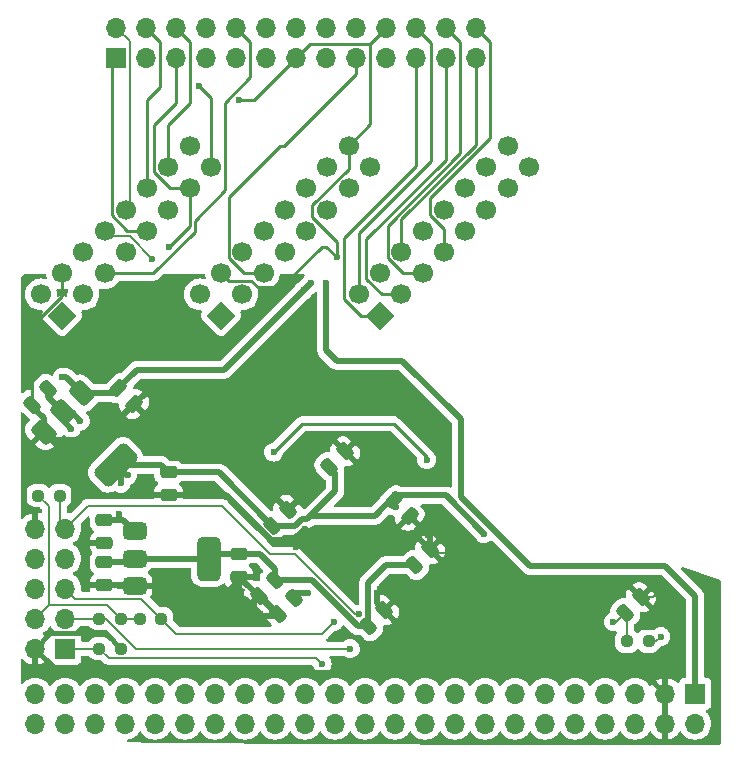
<source format=gbr>
%TF.GenerationSoftware,KiCad,Pcbnew,8.0.4*%
%TF.CreationDate,2024-12-17T16:17:43+07:00*%
%TF.ProjectId,cpld_mux,63706c64-5f6d-4757-982e-6b696361645f,rev?*%
%TF.SameCoordinates,Original*%
%TF.FileFunction,Copper,L2,Bot*%
%TF.FilePolarity,Positive*%
%FSLAX46Y46*%
G04 Gerber Fmt 4.6, Leading zero omitted, Abs format (unit mm)*
G04 Created by KiCad (PCBNEW 8.0.4) date 2024-12-17 16:17:43*
%MOMM*%
%LPD*%
G01*
G04 APERTURE LIST*
G04 Aperture macros list*
%AMRoundRect*
0 Rectangle with rounded corners*
0 $1 Rounding radius*
0 $2 $3 $4 $5 $6 $7 $8 $9 X,Y pos of 4 corners*
0 Add a 4 corners polygon primitive as box body*
4,1,4,$2,$3,$4,$5,$6,$7,$8,$9,$2,$3,0*
0 Add four circle primitives for the rounded corners*
1,1,$1+$1,$2,$3*
1,1,$1+$1,$4,$5*
1,1,$1+$1,$6,$7*
1,1,$1+$1,$8,$9*
0 Add four rect primitives between the rounded corners*
20,1,$1+$1,$2,$3,$4,$5,0*
20,1,$1+$1,$4,$5,$6,$7,0*
20,1,$1+$1,$6,$7,$8,$9,0*
20,1,$1+$1,$8,$9,$2,$3,0*%
%AMHorizOval*
0 Thick line with rounded ends*
0 $1 width*
0 $2 $3 position (X,Y) of the first rounded end (center of the circle)*
0 $4 $5 position (X,Y) of the second rounded end (center of the circle)*
0 Add line between two ends*
20,1,$1,$2,$3,$4,$5,0*
0 Add two circle primitives to create the rounded ends*
1,1,$1,$2,$3*
1,1,$1,$4,$5*%
%AMRotRect*
0 Rectangle, with rotation*
0 The origin of the aperture is its center*
0 $1 length*
0 $2 width*
0 $3 Rotation angle, in degrees counterclockwise*
0 Add horizontal line*
21,1,$1,$2,0,0,$3*%
G04 Aperture macros list end*
%TA.AperFunction,ComponentPad*%
%ADD10R,1.700000X1.700000*%
%TD*%
%TA.AperFunction,ComponentPad*%
%ADD11O,1.700000X1.700000*%
%TD*%
%TA.AperFunction,SMDPad,CuDef*%
%ADD12RoundRect,0.237500X0.250000X0.237500X-0.250000X0.237500X-0.250000X-0.237500X0.250000X-0.237500X0*%
%TD*%
%TA.AperFunction,SMDPad,CuDef*%
%ADD13RoundRect,0.250000X-0.512652X-0.159099X-0.159099X-0.512652X0.512652X0.159099X0.159099X0.512652X0*%
%TD*%
%TA.AperFunction,ComponentPad*%
%ADD14RotRect,1.700000X1.700000X315.000000*%
%TD*%
%TA.AperFunction,ComponentPad*%
%ADD15HorizOval,1.700000X0.000000X0.000000X0.000000X0.000000X0*%
%TD*%
%TA.AperFunction,SMDPad,CuDef*%
%ADD16RoundRect,0.250000X-0.159099X0.512652X-0.512652X0.159099X0.159099X-0.512652X0.512652X-0.159099X0*%
%TD*%
%TA.AperFunction,SMDPad,CuDef*%
%ADD17RoundRect,0.250000X0.159099X-0.512652X0.512652X-0.159099X-0.159099X0.512652X-0.512652X0.159099X0*%
%TD*%
%TA.AperFunction,SMDPad,CuDef*%
%ADD18RoundRect,0.375000X-0.625000X-0.375000X0.625000X-0.375000X0.625000X0.375000X-0.625000X0.375000X0*%
%TD*%
%TA.AperFunction,SMDPad,CuDef*%
%ADD19RoundRect,0.500000X-0.500000X-1.400000X0.500000X-1.400000X0.500000X1.400000X-0.500000X1.400000X0*%
%TD*%
%TA.AperFunction,SMDPad,CuDef*%
%ADD20RoundRect,0.250000X-0.475000X0.250000X-0.475000X-0.250000X0.475000X-0.250000X0.475000X0.250000X0*%
%TD*%
%TA.AperFunction,SMDPad,CuDef*%
%ADD21RoundRect,0.237500X-0.250000X-0.237500X0.250000X-0.237500X0.250000X0.237500X-0.250000X0.237500X0*%
%TD*%
%TA.AperFunction,SMDPad,CuDef*%
%ADD22RoundRect,0.375000X-0.707107X0.176777X0.176777X-0.707107X0.707107X-0.176777X-0.176777X0.707107X0*%
%TD*%
%TA.AperFunction,SMDPad,CuDef*%
%ADD23RoundRect,0.500000X-1.343503X-0.636396X-0.636396X-1.343503X1.343503X0.636396X0.636396X1.343503X0*%
%TD*%
%TA.AperFunction,ViaPad*%
%ADD24C,0.600000*%
%TD*%
%TA.AperFunction,Conductor*%
%ADD25C,0.500000*%
%TD*%
%TA.AperFunction,Conductor*%
%ADD26C,0.250000*%
%TD*%
%TA.AperFunction,Conductor*%
%ADD27C,0.200000*%
%TD*%
%TA.AperFunction,Conductor*%
%ADD28C,0.160000*%
%TD*%
%TA.AperFunction,Conductor*%
%ADD29C,0.400000*%
%TD*%
G04 APERTURE END LIST*
D10*
%TO.P,JTAG1,1,Pin_1*%
%TO.N,/cpld_mux/TCK*%
X25850201Y-73962753D03*
D11*
%TO.P,JTAG1,2,Pin_2*%
%TO.N,GND*%
X23310201Y-73962753D03*
%TO.P,JTAG1,3,Pin_3*%
%TO.N,/cpld_mux/TDO*%
X25850201Y-71422753D03*
%TO.P,JTAG1,4,Pin_4*%
%TO.N,/cpld_mux/3V3*%
X23310201Y-71422753D03*
%TO.P,JTAG1,5,Pin_5*%
%TO.N,/cpld_mux/TMS*%
X25850201Y-68882754D03*
%TO.P,JTAG1,6,Pin_6*%
%TO.N,unconnected-(JTAG1-Pin_6-Pad6)*%
X23310201Y-68882753D03*
%TO.P,JTAG1,7,Pin_7*%
%TO.N,unconnected-(JTAG1-Pin_7-Pad7)*%
X25850201Y-66342753D03*
%TO.P,JTAG1,8,Pin_8*%
%TO.N,unconnected-(JTAG1-Pin_8-Pad8)*%
X23310201Y-66342753D03*
%TO.P,JTAG1,9,Pin_9*%
%TO.N,/cpld_mux/TDI*%
X25850201Y-63802753D03*
%TO.P,JTAG1,10,Pin_10*%
%TO.N,GND*%
X23310201Y-63802753D03*
%TD*%
D10*
%TO.P,J27,1,Pin_1*%
%TO.N,/cpld_mux/CM_A_N5*%
X30168201Y-23924753D03*
D11*
%TO.P,J27,2,Pin_2*%
%TO.N,/cpld_mux/CM_B_N3*%
X30168201Y-21384753D03*
%TO.P,J27,3,Pin_3*%
%TO.N,/cpld_mux/CM_OE_M4*%
X32708201Y-23924753D03*
%TO.P,J27,4,Pin_4*%
%TO.N,/cpld_mux/CM_D_P4*%
X32708201Y-21384753D03*
%TO.P,J27,5,Pin_5*%
%TO.N,/cpld_mux/CM_CLK_M3*%
X35248200Y-23924753D03*
%TO.P,J27,6,Pin_6*%
%TO.N,/cpld_mux/CM_STB_N1*%
X35248201Y-21384753D03*
%TO.P,J27,7,Pin_7*%
%TO.N,/cpld_mux/D1_1*%
X37788201Y-23924753D03*
%TO.P,J27,8,Pin_8*%
%TO.N,/cpld_mux/D1_2*%
X37788201Y-21384753D03*
%TO.P,J27,9,Pin_9*%
%TO.N,/cpld_mux/D1_3*%
X40328201Y-23924753D03*
%TO.P,J27,10,Pin_10*%
%TO.N,/cpld_mux/D1_4*%
X40328201Y-21384753D03*
%TO.P,J27,11,Pin_11*%
%TO.N,/cpld_mux/D1_5*%
X42868201Y-23924753D03*
%TO.P,J27,12,Pin_12*%
%TO.N,/cpld_mux/D1_6*%
X42868201Y-21384753D03*
%TO.P,J27,13,Pin_13*%
%TO.N,GND*%
X45408201Y-23924753D03*
%TO.P,J27,14,Pin_14*%
%TO.N,/cpld_mux/D2_1*%
X45408201Y-21384753D03*
%TO.P,J27,15,Pin_15*%
%TO.N,/cpld_mux/D2_2*%
X47948202Y-23924753D03*
%TO.P,J27,16,Pin_16*%
%TO.N,/cpld_mux/D2_3*%
X47948201Y-21384753D03*
%TO.P,J27,17,Pin_17*%
%TO.N,/cpld_mux/D2_4*%
X50488201Y-23924753D03*
%TO.P,J27,18,Pin_18*%
%TO.N,/cpld_mux/D2_5*%
X50488201Y-21384753D03*
%TO.P,J27,19,Pin_19*%
%TO.N,/cpld_mux/D2_6*%
X53028201Y-23924753D03*
%TO.P,J27,20,Pin_20*%
%TO.N,GND*%
X53028201Y-21384753D03*
%TO.P,J27,21,Pin_21*%
%TO.N,/cpld_mux/D3_1*%
X55568201Y-23924753D03*
%TO.P,J27,22,Pin_22*%
%TO.N,/cpld_mux/D3_2*%
X55568201Y-21384753D03*
%TO.P,J27,23,Pin_23*%
%TO.N,/cpld_mux/D3_3*%
X58108200Y-23924753D03*
%TO.P,J27,24,Pin_24*%
%TO.N,/cpld_mux/D3_4*%
X58108201Y-21384753D03*
%TO.P,J27,25,Pin_25*%
%TO.N,/cpld_mux/D3_5*%
X60648201Y-23924753D03*
%TO.P,J27,26,Pin_26*%
%TO.N,/cpld_mux/D3_6*%
X60648201Y-21384753D03*
%TD*%
D12*
%TO.P,R1,1*%
%TO.N,GND*%
X30572701Y-73962753D03*
%TO.P,R1,2*%
%TO.N,/cpld_mux/TCK*%
X28747701Y-73962753D03*
%TD*%
D13*
%TO.P,C13,1*%
%TO.N,+3V3*%
X53663201Y-61389753D03*
%TO.P,C13,2*%
%TO.N,GND*%
X55006703Y-62733255D03*
%TD*%
D14*
%TO.P,J26,1,Pin_1*%
%TO.N,/cpld_mux/D3_1*%
X52520201Y-45768753D03*
D15*
%TO.P,J26,2,Pin_2*%
%TO.N,/cpld_mux/D3_2*%
X50724150Y-43972702D03*
%TO.P,J26,3,Pin_3*%
%TO.N,/cpld_mux/D3_3*%
X54316252Y-43972702D03*
%TO.P,J26,4,Pin_4*%
%TO.N,GND*%
X52520201Y-42176651D03*
%TO.P,J26,5,Pin_5*%
%TO.N,/cpld_mux/D3_4*%
X56112303Y-42176651D03*
%TO.P,J26,6,Pin_6*%
%TO.N,/cpld_mux/D3_5*%
X54316252Y-40380599D03*
%TO.P,J26,7,Pin_7*%
%TO.N,/cpld_mux/D3_6*%
X57908355Y-40380599D03*
%TO.P,J26,8,Pin_8*%
%TO.N,unconnected-(J26-Pin_8-Pad8)*%
X56112303Y-38584548D03*
%TO.P,J26,9,Pin_9*%
%TO.N,unconnected-(J26-Pin_9-Pad9)*%
X59704406Y-38584548D03*
%TO.P,J26,10,Pin_10*%
%TO.N,unconnected-(J26-Pin_10-Pad10)*%
X57908355Y-36788497D03*
%TO.P,J26,11,Pin_11*%
%TO.N,unconnected-(J26-Pin_11-Pad11)*%
X61500457Y-36788497D03*
%TO.P,J26,12,Pin_12*%
%TO.N,unconnected-(J26-Pin_12-Pad12)*%
X59704406Y-34992446D03*
%TO.P,J26,13,Pin_13*%
%TO.N,unconnected-(J26-Pin_13-Pad13)*%
X63296508Y-34992446D03*
%TO.P,J26,14,Pin_14*%
%TO.N,/cpld_mux/VCC_J16*%
X61500457Y-33196394D03*
%TO.P,J26,15,Pin_15*%
%TO.N,unconnected-(J26-Pin_15-Pad15)*%
X65092560Y-33196394D03*
%TO.P,J26,16,Pin_16*%
%TO.N,GND*%
X63296508Y-31400343D03*
%TD*%
D16*
%TO.P,C21,1*%
%TO.N,+3V3*%
X24362952Y-51955002D03*
%TO.P,C21,2*%
%TO.N,GND*%
X23019450Y-53298504D03*
%TD*%
D17*
%TO.P,C15,1*%
%TO.N,+3V3*%
X43376201Y-63548753D03*
%TO.P,C15,2*%
%TO.N,GND*%
X44719703Y-62205251D03*
%TD*%
D18*
%TO.P,U5,1,GND*%
%TO.N,GND*%
X31717201Y-68642753D03*
%TO.P,U5,2,VO*%
%TO.N,+1V8*%
X31717202Y-66342753D03*
D19*
X38017200Y-66342753D03*
D18*
%TO.P,U5,3,VI*%
%TO.N,/cpld_mux/VCC_5V*%
X31717201Y-64042753D03*
%TD*%
D10*
%TO.P,J10_AD2,1,Pin_1*%
%TO.N,/cpld_mux/VCC_5V*%
X79190201Y-77772753D03*
D11*
%TO.P,J10_AD2,2,Pin_2*%
X79190201Y-80312753D03*
%TO.P,J10_AD2,3,Pin_3*%
%TO.N,GND*%
X76650201Y-77772753D03*
%TO.P,J10_AD2,4,Pin_4*%
X76650201Y-80312753D03*
%TO.P,J10_AD2,5,Pin_5*%
%TO.N,/cpld_mux/ADC_B0*%
X74110202Y-77772753D03*
%TO.P,J10_AD2,6,Pin_6*%
%TO.N,/cpld_mux/ADC_CLK*%
X74110201Y-80312753D03*
%TO.P,J10_AD2,7,Pin_7*%
%TO.N,/cpld_mux/ADC_B2*%
X71570201Y-77772753D03*
%TO.P,J10_AD2,8,Pin_8*%
%TO.N,/cpld_mux/ADC_B1*%
X71570201Y-80312753D03*
%TO.P,J10_AD2,9,Pin_9*%
%TO.N,/cpld_mux/ADC_B4*%
X69030201Y-77772753D03*
%TO.P,J10_AD2,10,Pin_10*%
%TO.N,/cpld_mux/ADC_B3*%
X69030201Y-80312753D03*
%TO.P,J10_AD2,11,Pin_11*%
%TO.N,/cpld_mux/ADC_B6*%
X66490201Y-77772753D03*
%TO.P,J10_AD2,12,Pin_12*%
%TO.N,/cpld_mux/ADC_B5*%
X66490201Y-80312753D03*
%TO.P,J10_AD2,13,Pin_13*%
%TO.N,/cpld_mux/ADC_B8*%
X63950201Y-77772753D03*
%TO.P,J10_AD2,14,Pin_14*%
%TO.N,/cpld_mux/ADC_B7*%
X63950201Y-80312753D03*
%TO.P,J10_AD2,15,Pin_15*%
%TO.N,/cpld_mux/ADC_B10*%
X61410200Y-77772753D03*
%TO.P,J10_AD2,16,Pin_16*%
%TO.N,/cpld_mux/ADC_B9*%
X61410201Y-80312753D03*
%TO.P,J10_AD2,17,Pin_17*%
%TO.N,/cpld_mux/ADC_B12*%
X58870201Y-77772753D03*
%TO.P,J10_AD2,18,Pin_18*%
%TO.N,/cpld_mux/ADC_B11*%
X58870201Y-80312753D03*
%TO.P,J10_AD2,19,Pin_19*%
%TO.N,/cpld_mux/ADC_B14*%
X56330201Y-77772753D03*
%TO.P,J10_AD2,20,Pin_20*%
%TO.N,/cpld_mux/ADC_B13*%
X56330201Y-80312753D03*
%TO.P,J10_AD2,21,Pin_21*%
%TO.N,/cpld_mux/ADC_ORB*%
X53790201Y-77772753D03*
%TO.P,J10_AD2,22,Pin_22*%
%TO.N,/cpld_mux/ADC_B15*%
X53790201Y-80312753D03*
%TO.P,J10_AD2,23,Pin_23*%
%TO.N,/cpld_mux/ADC_DCA*%
X51250202Y-77772753D03*
%TO.P,J10_AD2,24,Pin_24*%
%TO.N,/cpld_mux/ADC_DCB*%
X51250201Y-80312753D03*
%TO.P,J10_AD2,25,Pin_25*%
%TO.N,/cpld_mux/ADC_A1*%
X48710201Y-77772753D03*
%TO.P,J10_AD2,26,Pin_26*%
%TO.N,/cpld_mux/ADC_A0*%
X48710201Y-80312753D03*
%TO.P,J10_AD2,27,Pin_27*%
%TO.N,/cpld_mux/ADC_A3*%
X46170201Y-77772753D03*
%TO.P,J10_AD2,28,Pin_28*%
%TO.N,/cpld_mux/ADC_A2*%
X46170201Y-80312753D03*
%TO.P,J10_AD2,29,Pin_29*%
%TO.N,/cpld_mux/ADC_A5*%
X43630201Y-77772753D03*
%TO.P,J10_AD2,30,Pin_30*%
%TO.N,/cpld_mux/ADC_A4*%
X43630201Y-80312753D03*
%TO.P,J10_AD2,31,Pin_31*%
%TO.N,/cpld_mux/ADC_A7*%
X41090202Y-77772753D03*
%TO.P,J10_AD2,32,Pin_32*%
%TO.N,/cpld_mux/ADC_A6*%
X41090201Y-80312753D03*
%TO.P,J10_AD2,33,Pin_33*%
%TO.N,/cpld_mux/ADC_A9*%
X38550200Y-77772753D03*
%TO.P,J10_AD2,34,Pin_34*%
%TO.N,/cpld_mux/ADC_A8*%
X38550201Y-80312753D03*
%TO.P,J10_AD2,35,Pin_35*%
%TO.N,/cpld_mux/ADC_A11*%
X36010201Y-77772753D03*
%TO.P,J10_AD2,36,Pin_36*%
%TO.N,/cpld_mux/ADC_A10*%
X36010201Y-80312753D03*
%TO.P,J10_AD2,37,Pin_37*%
%TO.N,/cpld_mux/ADC_A13*%
X33470201Y-77772753D03*
%TO.P,J10_AD2,38,Pin_38*%
%TO.N,/cpld_mux/ADC_A12*%
X33470201Y-80312753D03*
%TO.P,J10_AD2,39,Pin_39*%
%TO.N,/cpld_mux/ADC_A15*%
X30930201Y-77772753D03*
%TO.P,J10_AD2,40,Pin_40*%
%TO.N,/cpld_mux/ADC_A14*%
X30930201Y-80312753D03*
%TO.P,J10_AD2,41,Pin_41*%
%TO.N,/cpld_mux/ADC_SIO*%
X28390202Y-77772753D03*
%TO.P,J10_AD2,42,Pin_42*%
%TO.N,/cpld_mux/ADC_ORA*%
X28390201Y-80312753D03*
%TO.P,J10_AD2,43,Pin_43*%
%TO.N,/cpld_mux/ADC_CS*%
X25850201Y-77772753D03*
%TO.P,J10_AD2,44,Pin_44*%
%TO.N,/cpld_mux/ADC_SCK*%
X25850201Y-80312753D03*
%TO.P,J10_AD2,45,Pin_45*%
%TO.N,/cpld_mux/ADC_PWN*%
X23310201Y-77772753D03*
%TO.P,J10_AD2,46,Pin_46*%
%TO.N,/cpld_mux/ADC_OEB*%
X23310201Y-80312753D03*
%TD*%
D17*
%TO.P,C17,1*%
%TO.N,+3V3*%
X73248450Y-70951504D03*
%TO.P,C17,2*%
%TO.N,GND*%
X74591952Y-69608002D03*
%TD*%
D20*
%TO.P,C16,1*%
%TO.N,+1V8*%
X29152201Y-66662754D03*
%TO.P,C16,2*%
%TO.N,GND*%
X29152201Y-68562752D03*
%TD*%
D14*
%TO.P,J24,1,Pin_1*%
%TO.N,/cpld_mux/D1_1*%
X25596201Y-45768753D03*
D15*
%TO.P,J24,2,Pin_2*%
%TO.N,/cpld_mux/D1_2*%
X23800150Y-43972702D03*
%TO.P,J24,3,Pin_3*%
%TO.N,/cpld_mux/D1_3*%
X27392252Y-43972702D03*
%TO.P,J24,4,Pin_4*%
%TO.N,GND*%
X25596201Y-42176651D03*
%TO.P,J24,5,Pin_5*%
%TO.N,/cpld_mux/D1_4*%
X29188303Y-42176651D03*
%TO.P,J24,6,Pin_6*%
%TO.N,/cpld_mux/D1_5*%
X27392252Y-40380599D03*
%TO.P,J24,7,Pin_7*%
%TO.N,/cpld_mux/D1_6*%
X30984355Y-40380599D03*
%TO.P,J24,8,Pin_8*%
%TO.N,/cpld_mux/CM_E_N4*%
X29188303Y-38584548D03*
%TO.P,J24,9,Pin_9*%
%TO.N,/cpld_mux/CM_A_N5*%
X32780406Y-38584548D03*
%TO.P,J24,10,Pin_10*%
%TO.N,/cpld_mux/CM_B_N3*%
X30984355Y-36788497D03*
%TO.P,J24,11,Pin_11*%
%TO.N,/cpld_mux/CM_C_P3*%
X34576457Y-36788497D03*
%TO.P,J24,12,Pin_12*%
%TO.N,/cpld_mux/CM_D_P4*%
X32780406Y-34992446D03*
%TO.P,J24,13,Pin_13*%
%TO.N,/cpld_mux/CM_CLK_M3*%
X36372508Y-34992446D03*
%TO.P,J24,14,Pin_14*%
%TO.N,/cpld_mux/CM_STB_N1*%
X34576457Y-33196394D03*
%TO.P,J24,15,Pin_15*%
%TO.N,/cpld_mux/CM_OE_M4*%
X38168560Y-33196394D03*
%TO.P,J24,16,Pin_16*%
%TO.N,GND*%
X36372508Y-31400343D03*
%TD*%
D14*
%TO.P,J25,1,Pin_1*%
%TO.N,/cpld_mux/D2_1*%
X39058201Y-45768753D03*
D15*
%TO.P,J25,2,Pin_2*%
%TO.N,/cpld_mux/D2_2*%
X37262150Y-43972702D03*
%TO.P,J25,3,Pin_3*%
%TO.N,/cpld_mux/D2_3*%
X40854252Y-43972702D03*
%TO.P,J25,4,Pin_4*%
%TO.N,GND*%
X39058201Y-42176651D03*
%TO.P,J25,5,Pin_5*%
%TO.N,/cpld_mux/D2_4*%
X42650303Y-42176651D03*
%TO.P,J25,6,Pin_6*%
%TO.N,/cpld_mux/D2_5*%
X40854252Y-40380599D03*
%TO.P,J25,7,Pin_7*%
%TO.N,/cpld_mux/D2_6*%
X44446355Y-40380599D03*
%TO.P,J25,8,Pin_8*%
%TO.N,unconnected-(J25-Pin_8-Pad8)*%
X42650303Y-38584548D03*
%TO.P,J25,9,Pin_9*%
%TO.N,unconnected-(J25-Pin_9-Pad9)*%
X46242406Y-38584548D03*
%TO.P,J25,10,Pin_10*%
%TO.N,unconnected-(J25-Pin_10-Pad10)*%
X44446355Y-36788497D03*
%TO.P,J25,11,Pin_11*%
%TO.N,unconnected-(J25-Pin_11-Pad11)*%
X48038457Y-36788497D03*
%TO.P,J25,12,Pin_12*%
%TO.N,unconnected-(J25-Pin_12-Pad12)*%
X46242406Y-34992446D03*
%TO.P,J25,13,Pin_13*%
%TO.N,unconnected-(J25-Pin_13-Pad13)*%
X49834508Y-34992446D03*
%TO.P,J25,14,Pin_14*%
%TO.N,/cpld_mux/VCC_J15*%
X48038457Y-33196394D03*
%TO.P,J25,15,Pin_15*%
%TO.N,unconnected-(J25-Pin_15-Pad15)*%
X51630560Y-33196394D03*
%TO.P,J25,16,Pin_16*%
%TO.N,GND*%
X49834508Y-31400343D03*
%TD*%
D20*
%TO.P,C19,1*%
%TO.N,+3V3*%
X34613201Y-59042754D03*
%TO.P,C19,2*%
%TO.N,GND*%
X34613201Y-60942752D03*
%TD*%
D12*
%TO.P,R2,1*%
%TO.N,/cpld_mux/3V3*%
X30572701Y-71422753D03*
%TO.P,R2,2*%
%TO.N,/cpld_mux/TDO*%
X28747701Y-71422753D03*
%TD*%
D17*
%TO.P,C14,1*%
%TO.N,+1V8*%
X55404450Y-66887504D03*
%TO.P,C14,2*%
%TO.N,GND*%
X56747952Y-65544002D03*
%TD*%
D21*
%TO.P,R4,1*%
%TO.N,/cpld_mux/3V3*%
X23564201Y-61008753D03*
%TO.P,R4,2*%
%TO.N,/cpld_mux/TDI*%
X25389201Y-61008753D03*
%TD*%
%TO.P,R5,1*%
%TO.N,+3V3*%
X73412201Y-73327753D03*
%TO.P,R5,2*%
%TO.N,Net-(X1-EN)*%
X75237201Y-73327753D03*
%TD*%
D20*
%TO.P,C22,1*%
%TO.N,/cpld_mux/VCC_5V*%
X29152201Y-63106754D03*
%TO.P,C22,2*%
%TO.N,GND*%
X29152201Y-65006752D03*
%TD*%
D17*
%TO.P,C12,1*%
%TO.N,+1V8*%
X51504201Y-72057753D03*
%TO.P,C12,2*%
%TO.N,GND*%
X52847703Y-70714251D03*
%TD*%
D20*
%TO.P,C23,1*%
%TO.N,+1V8*%
X40531401Y-65961753D03*
%TO.P,C23,2*%
%TO.N,GND*%
X40531401Y-67861751D03*
%TD*%
D21*
%TO.P,R3,1*%
%TO.N,/cpld_mux/3V3*%
X32153201Y-71422753D03*
%TO.P,R3,2*%
%TO.N,/cpld_mux/TMS*%
X33978201Y-71422753D03*
%TD*%
D16*
%TO.P,C18,1*%
%TO.N,+1V8*%
X43576703Y-68174251D03*
%TO.P,C18,2*%
%TO.N,GND*%
X42233201Y-69517753D03*
%TD*%
D22*
%TO.P,U3,1,GND*%
%TO.N,GND*%
X24028469Y-55581712D03*
%TO.P,U3,2,VO*%
%TO.N,+3V3*%
X25654815Y-53955367D03*
D23*
X30109587Y-58410139D03*
D22*
%TO.P,U3,3,VI*%
%TO.N,/cpld_mux/VCC_5V*%
X27281160Y-52329021D03*
%TD*%
D13*
%TO.P,C20,1*%
%TO.N,/cpld_mux/VCC_5V*%
X30348699Y-51918251D03*
%TO.P,C20,2*%
%TO.N,GND*%
X31692201Y-53261753D03*
%TD*%
D17*
%TO.P,C24,1*%
%TO.N,+3V3*%
X48202201Y-58595753D03*
%TO.P,C24,2*%
%TO.N,GND*%
X49545703Y-57252251D03*
%TD*%
D16*
%TO.P,C25,1*%
%TO.N,+3V3*%
X45227703Y-69698251D03*
%TO.P,C25,2*%
%TO.N,GND*%
X43884201Y-71041753D03*
%TD*%
D24*
%TO.N,GND*%
X46106701Y-60818253D03*
X41979201Y-70787753D03*
X52266201Y-69263753D03*
X60648655Y-65491586D03*
X49545703Y-57252251D03*
X48837201Y-40815753D03*
X34486201Y-52372753D03*
X50361201Y-59738753D03*
X53225424Y-60139312D03*
X55949201Y-63675753D03*
X45408201Y-65326753D03*
X61207001Y-66723753D03*
X76206201Y-69009753D03*
X55165801Y-62362023D03*
X56584201Y-64310753D03*
X40582201Y-27480753D03*
X42487201Y-71168753D03*
X46109123Y-63817223D03*
X44719703Y-62205251D03*
X40168403Y-53294551D03*
X71367001Y-75816953D03*
X57092201Y-65834753D03*
X47313201Y-59611753D03*
X33724201Y-68642753D03*
%TO.N,+3V3*%
X30574601Y-59967353D03*
X48202201Y-58595753D03*
X26358201Y-55344553D03*
X27120201Y-54684153D03*
X61323125Y-64226742D03*
X53843699Y-61951251D03*
X43376201Y-63548753D03*
X45535201Y-69263753D03*
X53793395Y-60989616D03*
X31133401Y-59256153D03*
X72269201Y-71676752D03*
X46424201Y-69263753D03*
%TO.N,/cpld_mux/CM_CLK_M3*%
X43503201Y-57325753D03*
X56457201Y-57960753D03*
X34613201Y-39926753D03*
%TO.N,/cpld_mux/CM_OE_M4*%
X37153201Y-26337753D03*
%TO.N,/cpld_mux/CM_E_N4*%
X33190801Y-40993553D03*
%TO.N,/cpld_mux/VCC_5V*%
X47948201Y-44117753D03*
X25596201Y-50975753D03*
X46678201Y-42974753D03*
X47948201Y-42974753D03*
X46043201Y-43609753D03*
X30422201Y-62532753D03*
%TO.N,/cpld_mux/TDI*%
X50720458Y-71031638D03*
%TO.N,/cpld_mux/TDO*%
X49980201Y-73962753D03*
%TO.N,/cpld_mux/TMS*%
X48601305Y-71674211D03*
%TO.N,/cpld_mux/TCK*%
X47598376Y-75232753D03*
%TO.N,Net-(X1-EN)*%
X76269201Y-72946753D03*
%TO.N,+1V8*%
X51504201Y-72057753D03*
X55748699Y-67178255D03*
%TD*%
D25*
%TO.N,GND*%
X38992200Y-69771753D02*
X40455201Y-68308752D01*
D26*
X45408201Y-23924753D02*
X46583201Y-22749753D01*
D25*
X24735576Y-56288819D02*
X24028469Y-55581712D01*
D26*
X49834508Y-31400343D02*
X49834508Y-33330745D01*
D25*
X24028469Y-54434523D02*
X22892450Y-53298504D01*
X33724201Y-68642753D02*
X35897201Y-68642753D01*
X45160043Y-64766303D02*
X46109123Y-63817223D01*
D27*
X41979201Y-70787753D02*
X41979201Y-69771753D01*
D28*
X71367001Y-75816953D02*
X74694401Y-75816953D01*
D29*
X74810201Y-75932753D02*
X76650201Y-77772753D01*
X54882401Y-75512153D02*
X54882401Y-72748949D01*
D25*
X31637200Y-68562752D02*
X31717201Y-68642753D01*
X31692201Y-53261753D02*
X32581201Y-52372753D01*
X34105201Y-52372753D02*
X34486201Y-52372753D01*
D28*
X75607952Y-69608002D02*
X76206201Y-69009753D01*
D26*
X46729107Y-36436146D02*
X46729107Y-37409548D01*
X46583201Y-22749753D02*
X51663201Y-22749753D01*
D29*
X54461801Y-75932753D02*
X54882401Y-75512153D01*
D25*
X56747952Y-65544002D02*
X56747952Y-64474504D01*
D26*
X47567201Y-39926753D02*
X47948201Y-39926753D01*
X23019450Y-46683802D02*
X23019450Y-53298504D01*
D29*
X29282701Y-72672753D02*
X24600201Y-72672753D01*
D25*
X43250247Y-64766303D02*
X45160043Y-64766303D01*
D29*
X30572701Y-73962753D02*
X29282701Y-72672753D01*
D26*
X39679252Y-42797702D02*
X41609653Y-42797702D01*
D25*
X35897201Y-68642753D02*
X37026201Y-69771753D01*
D27*
X41979201Y-69771753D02*
X42233201Y-69517753D01*
D25*
X42487201Y-71168753D02*
X43757201Y-71168753D01*
D28*
X74591953Y-69608002D02*
X75607952Y-69608002D01*
D26*
X48837201Y-39517642D02*
X48837201Y-40815753D01*
D25*
X40455201Y-68308752D02*
X41024200Y-68308752D01*
D26*
X44142303Y-43351651D02*
X47567201Y-39926753D01*
D25*
X37026201Y-69771753D02*
X38992200Y-69771753D01*
X32581201Y-52372753D02*
X33724201Y-52372753D01*
D29*
X25139001Y-75791553D02*
X30523801Y-75791553D01*
D25*
X28665135Y-56288819D02*
X24735576Y-56288819D01*
D26*
X49834508Y-31400343D02*
X51663201Y-29571650D01*
D25*
X45408201Y-65326753D02*
X45408201Y-64518145D01*
X45408201Y-64518145D02*
X46109123Y-63817223D01*
X56747952Y-64474504D02*
X55006703Y-62733255D01*
D26*
X49834508Y-33330745D02*
X46729107Y-36436146D01*
D25*
X43757201Y-71168753D02*
X43884201Y-71041753D01*
D29*
X54196601Y-75932753D02*
X74810201Y-75932753D01*
D25*
X31717201Y-68642753D02*
X33724201Y-68642753D01*
X41024200Y-68308752D02*
X42233201Y-69517753D01*
D26*
X41852201Y-27480753D02*
X40582201Y-27480753D01*
D29*
X54882401Y-72748949D02*
X52847703Y-70714251D01*
D25*
X34613201Y-60942752D02*
X39426696Y-60942752D01*
X42360201Y-69517753D02*
X43884201Y-71041753D01*
D26*
X41609653Y-42797702D02*
X42163602Y-43351651D01*
D29*
X54196601Y-75932753D02*
X54461801Y-75932753D01*
D25*
X38992200Y-69771753D02*
X41090201Y-69771753D01*
X31692201Y-53261753D02*
X28665135Y-56288819D01*
D29*
X30665001Y-75932753D02*
X54196601Y-75932753D01*
D25*
X33724201Y-52372753D02*
X39246605Y-52372753D01*
D28*
X57092201Y-65834753D02*
X60318001Y-65834753D01*
D25*
X44719703Y-62205251D02*
X47313201Y-59611753D01*
D26*
X45408201Y-23924753D02*
X41852201Y-27480753D01*
D25*
X39426696Y-60942752D02*
X43250247Y-64766303D01*
X41090201Y-69771753D02*
X42487201Y-71168753D01*
X52266201Y-70132749D02*
X52847703Y-70714251D01*
D28*
X74694401Y-75816953D02*
X76650201Y-77772753D01*
D26*
X25596201Y-42176651D02*
X25596201Y-44107051D01*
D25*
X39246605Y-52372753D02*
X40168403Y-53294551D01*
D26*
X51663201Y-22749753D02*
X53028201Y-21384753D01*
D27*
X42233201Y-71041753D02*
X43884201Y-71041753D01*
D26*
X39058201Y-42176651D02*
X39679252Y-42797702D01*
D25*
X29152201Y-68562752D02*
X31637200Y-68562752D01*
X42233201Y-69517753D02*
X42360201Y-69517753D01*
D28*
X60318001Y-65834753D02*
X61207001Y-66723753D01*
D25*
X57092201Y-65834753D02*
X57219201Y-65707753D01*
X33724201Y-52372753D02*
X34105201Y-52372753D01*
D27*
X41979201Y-70787753D02*
X42233201Y-71041753D01*
D25*
X52266201Y-69263753D02*
X52266201Y-70132749D01*
D28*
X76650201Y-75969353D02*
X75608801Y-74927953D01*
D25*
X24028469Y-55581712D02*
X24028469Y-54434523D01*
D28*
X76650201Y-77772753D02*
X76650201Y-75969353D01*
D29*
X30523801Y-75791553D02*
X30665001Y-75932753D01*
D26*
X51663201Y-29571650D02*
X51663201Y-22749753D01*
D29*
X23310201Y-73962753D02*
X25139001Y-75791553D01*
D26*
X25596201Y-44107051D02*
X23019450Y-46683802D01*
X42163602Y-43351651D02*
X44142303Y-43351651D01*
D29*
X24600201Y-72672753D02*
X23310201Y-73962753D01*
D26*
X46729107Y-37409548D02*
X48837201Y-39517642D01*
X47948201Y-39926753D02*
X48837201Y-40815753D01*
D28*
%TO.N,+3V3*%
X72269201Y-71676752D02*
X72523201Y-71676753D01*
D25*
X58085999Y-60989616D02*
X61323125Y-64226742D01*
X24362952Y-52663504D02*
X25654815Y-53955367D01*
X34613201Y-59042754D02*
X38870202Y-59042754D01*
D27*
X45227703Y-69571251D02*
X45535201Y-69263753D01*
D25*
X53793395Y-60989616D02*
X58085999Y-60989616D01*
X30574601Y-59967353D02*
X30574601Y-58875153D01*
X30574601Y-58875153D02*
X30109587Y-58410139D01*
X25654815Y-53955367D02*
X25654815Y-54641167D01*
X33980586Y-58410139D02*
X34613201Y-59042754D01*
X24362952Y-51955002D02*
X24362952Y-52663504D01*
D28*
X53843699Y-61039920D02*
X53793395Y-60989616D01*
X53843699Y-61951251D02*
X53843699Y-61039920D01*
D25*
X48710201Y-60627753D02*
X48710201Y-59103753D01*
X25654815Y-53955367D02*
X26391415Y-53955367D01*
X45535201Y-69263753D02*
X46424201Y-69263753D01*
X46614701Y-62723253D02*
X52059758Y-62723253D01*
X46360701Y-62977253D02*
X48710201Y-60627753D01*
X26391415Y-53955367D02*
X27120201Y-54684153D01*
D28*
X72523201Y-71676753D02*
X73248451Y-70951504D01*
D25*
X45884060Y-62977253D02*
X46360701Y-62977253D01*
X30955601Y-59256153D02*
X30109587Y-58410139D01*
X30109587Y-58410139D02*
X33980586Y-58410139D01*
X25654815Y-54641167D02*
X26358201Y-55344553D01*
D27*
X73412201Y-71115255D02*
X73248451Y-70951504D01*
D25*
X52059758Y-62723253D02*
X53793395Y-60989616D01*
X31133401Y-59256153D02*
X30955601Y-59256153D01*
X45312560Y-63548753D02*
X45884060Y-62977253D01*
D27*
X73412201Y-73327753D02*
X73412201Y-71115255D01*
D25*
X38870202Y-59042754D02*
X43376201Y-63548753D01*
X43376201Y-63548753D02*
X45312560Y-63548753D01*
D27*
X45227703Y-69698251D02*
X45227703Y-69571251D01*
D25*
X48710201Y-59103753D02*
X48202201Y-58595753D01*
X46360701Y-62977253D02*
X46614701Y-62723253D01*
D26*
%TO.N,/cpld_mux/CM_A_N5*%
X32780406Y-38584548D02*
X31118705Y-38584548D01*
X31118705Y-38584548D02*
X29787201Y-37253044D01*
X29787201Y-24305753D02*
X30168201Y-23924753D01*
X29787201Y-37253044D02*
X29787201Y-24305753D01*
%TO.N,/cpld_mux/CM_CLK_M3*%
X45916201Y-54912753D02*
X53663201Y-54912753D01*
X35248200Y-23924753D02*
X35248200Y-27734754D01*
X33343201Y-33624839D02*
X33343201Y-29639753D01*
X36372508Y-34992446D02*
X34710808Y-34992446D01*
X56457201Y-57706753D02*
X56457201Y-57960753D01*
X36372508Y-38167446D02*
X34613201Y-39926753D01*
X53663201Y-54912753D02*
X56457201Y-57706753D01*
X35248200Y-27734754D02*
X33343201Y-29639753D01*
X34710808Y-34992446D02*
X33343201Y-33624839D01*
X36372508Y-34992446D02*
X36372508Y-38167446D01*
X43503201Y-57325753D02*
X45916201Y-54912753D01*
%TO.N,/cpld_mux/CM_D_P4*%
X33883201Y-26432753D02*
X33883201Y-22559753D01*
X32780406Y-34992446D02*
X32780406Y-27535548D01*
X33883201Y-22559753D02*
X32708201Y-21384753D01*
X32780406Y-27535548D02*
X33883201Y-26432753D01*
%TO.N,/cpld_mux/CM_OE_M4*%
X38168560Y-27353112D02*
X37153201Y-26337753D01*
X38168560Y-33196394D02*
X38168560Y-27353112D01*
D27*
%TO.N,/cpld_mux/CM_E_N4*%
X31293255Y-39063153D02*
X29666908Y-39063153D01*
X29666908Y-39063153D02*
X29188303Y-38584548D01*
X33190801Y-40993553D02*
X33190801Y-40960699D01*
X33190801Y-40960699D02*
X31293255Y-39063153D01*
D26*
%TO.N,/cpld_mux/D1_4*%
X39370201Y-27738158D02*
X39370201Y-35169753D01*
X33317898Y-42176651D02*
X29188303Y-42176651D01*
X41503201Y-25605158D02*
X39370201Y-27738158D01*
X36822508Y-38672041D02*
X33317898Y-42176651D01*
X41503201Y-22559753D02*
X41503201Y-25605158D01*
X36822508Y-37717446D02*
X36822508Y-38672041D01*
X40328201Y-21384753D02*
X41503201Y-22559753D01*
X39370201Y-35169753D02*
X36822508Y-37717446D01*
D27*
%TO.N,/cpld_mux/CM_B_N3*%
X30984355Y-36788497D02*
X31318201Y-36454651D01*
X31318201Y-22534753D02*
X30168201Y-21384753D01*
X31318201Y-36454651D02*
X31318201Y-22534753D01*
D26*
%TO.N,/cpld_mux/CM_STB_N1*%
X35248201Y-21384753D02*
X36423200Y-22559752D01*
X36423200Y-27793010D02*
X34576457Y-29639753D01*
X34576457Y-29639753D02*
X34576457Y-33196394D01*
X36423200Y-22559752D02*
X36423200Y-27793010D01*
%TO.N,/cpld_mux/D2_4*%
X39679252Y-35749702D02*
X39679252Y-40867300D01*
X44011201Y-31417753D02*
X39679252Y-35749702D01*
X44368473Y-31417753D02*
X44011201Y-31417753D01*
X40988603Y-42176651D02*
X42650303Y-42176651D01*
X39679252Y-40867300D02*
X40988603Y-42176651D01*
X50488201Y-23924753D02*
X50488201Y-25298025D01*
X50488201Y-25298025D02*
X44368473Y-31417753D01*
%TO.N,/cpld_mux/D3_5*%
X54316252Y-40380599D02*
X54316252Y-37621306D01*
X60648201Y-31289357D02*
X60648201Y-23924753D01*
X54316252Y-37621306D02*
X60648201Y-31289357D01*
%TO.N,/cpld_mux/D3_1*%
X49472201Y-39164753D02*
X55568201Y-33068753D01*
X50858500Y-45768753D02*
X49472201Y-44382454D01*
X49472201Y-44382454D02*
X49472201Y-39164753D01*
X55568201Y-33068753D02*
X55568201Y-23924753D01*
X52520201Y-45768753D02*
X50858500Y-45768753D01*
%TO.N,/cpld_mux/D3_4*%
X54450603Y-42176651D02*
X53141252Y-40867300D01*
X59283200Y-22559752D02*
X58108201Y-21384753D01*
X53141252Y-40867300D02*
X53141252Y-38159910D01*
X59283200Y-32017962D02*
X59283200Y-22559752D01*
X56112303Y-42176651D02*
X54450603Y-42176651D01*
X53141252Y-38159910D02*
X59283200Y-32017962D01*
%TO.N,/cpld_mux/D3_6*%
X61823201Y-30750753D02*
X61823201Y-22559753D01*
X57908355Y-40380599D02*
X57908355Y-38450198D01*
X61823201Y-22559753D02*
X60648201Y-21384753D01*
X56733355Y-35840599D02*
X61823201Y-30750753D01*
X56733355Y-37275198D02*
X56733355Y-35840599D01*
X57908355Y-38450198D02*
X56733355Y-37275198D01*
%TO.N,/cpld_mux/D3_3*%
X51345201Y-39319565D02*
X58108200Y-32556566D01*
X58108200Y-32556566D02*
X58108200Y-23924753D01*
X52654551Y-43972702D02*
X51345201Y-42663352D01*
X54316252Y-43972702D02*
X52654551Y-43972702D01*
X51345201Y-42663352D02*
X51345201Y-39319565D01*
%TO.N,/cpld_mux/D3_2*%
X56838201Y-22654753D02*
X55568201Y-21384753D01*
X56838201Y-32687753D02*
X56838201Y-22654753D01*
X50724150Y-38801804D02*
X56838201Y-32687753D01*
X50724150Y-43972702D02*
X50724150Y-38801804D01*
D25*
%TO.N,/cpld_mux/VCC_5V*%
X30422201Y-63106754D02*
X30781202Y-63106754D01*
X27281160Y-52329021D02*
X29937929Y-52329021D01*
X48837201Y-49578753D02*
X47948201Y-48689753D01*
X46043201Y-43609753D02*
X39312201Y-50340753D01*
X54377250Y-49578753D02*
X48837201Y-49578753D01*
X65235247Y-66992799D02*
X76665247Y-66992799D01*
D26*
X33343201Y-50340753D02*
X33216201Y-50213753D01*
D25*
X34105201Y-50340753D02*
X33343201Y-50340753D01*
X47948201Y-48689753D02*
X47948201Y-44117753D01*
D26*
X33216201Y-50213753D02*
X32053197Y-50213753D01*
D25*
X34105201Y-50340753D02*
X31926197Y-50340753D01*
X59330250Y-61087802D02*
X65235247Y-66992799D01*
X47948201Y-44117753D02*
X47948201Y-42974753D01*
X59330250Y-54531753D02*
X59330250Y-61087802D01*
X76665247Y-66992799D02*
X79190201Y-69517753D01*
D26*
X32053197Y-50213753D02*
X30348699Y-51918251D01*
D25*
X39312201Y-50340753D02*
X38169201Y-50340753D01*
X29937929Y-52329021D02*
X30348699Y-51918251D01*
X38169201Y-50340753D02*
X34105201Y-50340753D01*
X31926197Y-50340753D02*
X30348699Y-51918251D01*
X30781202Y-63106754D02*
X31717201Y-64042753D01*
X29152201Y-63106754D02*
X30422201Y-63106754D01*
X59330250Y-54531753D02*
X54377250Y-49578753D01*
X30422201Y-63106754D02*
X30422201Y-62532753D01*
X46678201Y-42974753D02*
X46043201Y-43609753D01*
X25596201Y-50975753D02*
X25927892Y-50975753D01*
X79190201Y-69517753D02*
X79190201Y-77772753D01*
X25927892Y-50975753D02*
X27281160Y-52329021D01*
D27*
%TO.N,/cpld_mux/TDI*%
X25389201Y-61008753D02*
X25389201Y-63341753D01*
X45312019Y-65976753D02*
X50366904Y-71031638D01*
X39143201Y-61897753D02*
X43222201Y-65976753D01*
X25850201Y-63802753D02*
X27755201Y-61897753D01*
X25389201Y-63341753D02*
X25850201Y-63802753D01*
X50366904Y-71031638D02*
X50720458Y-71031638D01*
X27755201Y-61897753D02*
X39143201Y-61897753D01*
X43222201Y-65976753D02*
X45312019Y-65976753D01*
%TO.N,/cpld_mux/TDO*%
X29286923Y-71422753D02*
X31826923Y-73962753D01*
X28747701Y-71422753D02*
X25850201Y-71422753D01*
X46170201Y-73962753D02*
X49980201Y-73962753D01*
X31826923Y-73962753D02*
X46170201Y-73962753D01*
X28747701Y-71422753D02*
X29286923Y-71422753D01*
%TO.N,/cpld_mux/3V3*%
X23564201Y-61008753D02*
X24460201Y-61904753D01*
X29422701Y-70272753D02*
X24460201Y-70272753D01*
X24460201Y-70272753D02*
X23310201Y-71422753D01*
X24460201Y-61904753D02*
X24460201Y-70272753D01*
X32153201Y-71422753D02*
X30572701Y-71422753D01*
X30572701Y-71422753D02*
X29422701Y-70272753D01*
%TO.N,/cpld_mux/TMS*%
X26700201Y-69732754D02*
X32288202Y-69732754D01*
X33978201Y-71422753D02*
X35248201Y-72692753D01*
X25850201Y-68882754D02*
X26700201Y-69732754D01*
X32288202Y-69732754D02*
X33978201Y-71422753D01*
X35248201Y-72692753D02*
X47582763Y-72692753D01*
X47582763Y-72692753D02*
X48601305Y-71674211D01*
%TO.N,/cpld_mux/TCK*%
X47598376Y-75232753D02*
X47103376Y-74737753D01*
X47103376Y-74737753D02*
X29522701Y-74737753D01*
X29522701Y-74737753D02*
X28747701Y-73962753D01*
X28747701Y-73962753D02*
X25850201Y-73962753D01*
%TO.N,Net-(X1-EN)*%
X75888201Y-73327753D02*
X76269201Y-72946753D01*
X75237201Y-73327753D02*
X75888201Y-73327753D01*
D25*
%TO.N,+1V8*%
X46731699Y-68174251D02*
X50615201Y-72057753D01*
X51504201Y-68374753D02*
X52991450Y-66887504D01*
X38398200Y-65961753D02*
X38017200Y-66342753D01*
X50615201Y-72057753D02*
X51504201Y-72057753D01*
X40531401Y-65961753D02*
X38398200Y-65961753D01*
X43576703Y-68174251D02*
X46731699Y-68174251D01*
X51504201Y-72057753D02*
X51504201Y-68374753D01*
X42334801Y-65961753D02*
X40531401Y-65961753D01*
X31717202Y-66342753D02*
X38017200Y-66342753D01*
X29152201Y-66662754D02*
X31397201Y-66662754D01*
X43576703Y-68174251D02*
X43576703Y-67203655D01*
X43576703Y-67203655D02*
X42334801Y-65961753D01*
X31397201Y-66662754D02*
X31717202Y-66342753D01*
X52991450Y-66887504D02*
X55404450Y-66887504D01*
%TD*%
%TA.AperFunction,Conductor*%
%TO.N,GND*%
G36*
X78153463Y-67086484D02*
G01*
X81246360Y-68159909D01*
X81303237Y-68200485D01*
X81329150Y-68265372D01*
X81329701Y-68277053D01*
X81329701Y-81978253D01*
X81310016Y-82045292D01*
X81257212Y-82091047D01*
X81205701Y-82102253D01*
X63381522Y-82102253D01*
X63380731Y-82102250D01*
X33528599Y-81911704D01*
X33461686Y-81891592D01*
X33460610Y-81890334D01*
X33426128Y-81908460D01*
X33400904Y-81910888D01*
X31161306Y-81896593D01*
X31094393Y-81876481D01*
X31048976Y-81823386D01*
X31039474Y-81754166D01*
X31068904Y-81690797D01*
X31127922Y-81653398D01*
X31151279Y-81649069D01*
X31165609Y-81647816D01*
X31393864Y-81586656D01*
X31608031Y-81486788D01*
X31801602Y-81351248D01*
X31968696Y-81184154D01*
X32098626Y-80998595D01*
X32153203Y-80954970D01*
X32222701Y-80947776D01*
X32285056Y-80979299D01*
X32301776Y-80998595D01*
X32431701Y-81184148D01*
X32431706Y-81184154D01*
X32598800Y-81351248D01*
X32695585Y-81419018D01*
X32792366Y-81486785D01*
X32792368Y-81486786D01*
X32792371Y-81486788D01*
X33006538Y-81586656D01*
X33234793Y-81647816D01*
X33412504Y-81663364D01*
X33468666Y-81685332D01*
X33495215Y-81668509D01*
X33518580Y-81664179D01*
X33705609Y-81647816D01*
X33933864Y-81586656D01*
X34148031Y-81486788D01*
X34341602Y-81351248D01*
X34508696Y-81184154D01*
X34638626Y-80998595D01*
X34693203Y-80954970D01*
X34762701Y-80947776D01*
X34825056Y-80979299D01*
X34841776Y-80998595D01*
X34971701Y-81184148D01*
X34971706Y-81184154D01*
X35138800Y-81351248D01*
X35235585Y-81419018D01*
X35332366Y-81486785D01*
X35332368Y-81486786D01*
X35332371Y-81486788D01*
X35546538Y-81586656D01*
X35774793Y-81647816D01*
X35952492Y-81663363D01*
X36010200Y-81668412D01*
X36010201Y-81668412D01*
X36010202Y-81668412D01*
X36067910Y-81663363D01*
X36245609Y-81647816D01*
X36473864Y-81586656D01*
X36688031Y-81486788D01*
X36881602Y-81351248D01*
X37048696Y-81184154D01*
X37178626Y-80998595D01*
X37233203Y-80954970D01*
X37302701Y-80947776D01*
X37365056Y-80979299D01*
X37381776Y-80998595D01*
X37511701Y-81184148D01*
X37511706Y-81184154D01*
X37678800Y-81351248D01*
X37775585Y-81419018D01*
X37872366Y-81486785D01*
X37872368Y-81486786D01*
X37872371Y-81486788D01*
X38086538Y-81586656D01*
X38314793Y-81647816D01*
X38492492Y-81663363D01*
X38550200Y-81668412D01*
X38550201Y-81668412D01*
X38550202Y-81668412D01*
X38607910Y-81663363D01*
X38785609Y-81647816D01*
X39013864Y-81586656D01*
X39228031Y-81486788D01*
X39421602Y-81351248D01*
X39588696Y-81184154D01*
X39718626Y-80998595D01*
X39773203Y-80954970D01*
X39842701Y-80947776D01*
X39905056Y-80979299D01*
X39921776Y-80998595D01*
X40051701Y-81184148D01*
X40051706Y-81184154D01*
X40218800Y-81351248D01*
X40315585Y-81419018D01*
X40412366Y-81486785D01*
X40412368Y-81486786D01*
X40412371Y-81486788D01*
X40626538Y-81586656D01*
X40854793Y-81647816D01*
X41032492Y-81663363D01*
X41090200Y-81668412D01*
X41090201Y-81668412D01*
X41090202Y-81668412D01*
X41147910Y-81663363D01*
X41325609Y-81647816D01*
X41553864Y-81586656D01*
X41768031Y-81486788D01*
X41961602Y-81351248D01*
X42128696Y-81184154D01*
X42258626Y-80998595D01*
X42313203Y-80954970D01*
X42382701Y-80947776D01*
X42445056Y-80979299D01*
X42461776Y-80998595D01*
X42591701Y-81184148D01*
X42591706Y-81184154D01*
X42758800Y-81351248D01*
X42855585Y-81419018D01*
X42952366Y-81486785D01*
X42952368Y-81486786D01*
X42952371Y-81486788D01*
X43166538Y-81586656D01*
X43394793Y-81647816D01*
X43572492Y-81663363D01*
X43630200Y-81668412D01*
X43630201Y-81668412D01*
X43630202Y-81668412D01*
X43687910Y-81663363D01*
X43865609Y-81647816D01*
X44093864Y-81586656D01*
X44308031Y-81486788D01*
X44501602Y-81351248D01*
X44668696Y-81184154D01*
X44798626Y-80998595D01*
X44853203Y-80954970D01*
X44922701Y-80947776D01*
X44985056Y-80979299D01*
X45001776Y-80998595D01*
X45131701Y-81184148D01*
X45131706Y-81184154D01*
X45298800Y-81351248D01*
X45395585Y-81419018D01*
X45492366Y-81486785D01*
X45492368Y-81486786D01*
X45492371Y-81486788D01*
X45706538Y-81586656D01*
X45934793Y-81647816D01*
X46112492Y-81663363D01*
X46170200Y-81668412D01*
X46170201Y-81668412D01*
X46170202Y-81668412D01*
X46227910Y-81663363D01*
X46405609Y-81647816D01*
X46633864Y-81586656D01*
X46848031Y-81486788D01*
X47041602Y-81351248D01*
X47208696Y-81184154D01*
X47338626Y-80998595D01*
X47393203Y-80954970D01*
X47462701Y-80947776D01*
X47525056Y-80979299D01*
X47541776Y-80998595D01*
X47671701Y-81184148D01*
X47671706Y-81184154D01*
X47838800Y-81351248D01*
X47935585Y-81419018D01*
X48032366Y-81486785D01*
X48032368Y-81486786D01*
X48032371Y-81486788D01*
X48246538Y-81586656D01*
X48474793Y-81647816D01*
X48652492Y-81663363D01*
X48710200Y-81668412D01*
X48710201Y-81668412D01*
X48710202Y-81668412D01*
X48767910Y-81663363D01*
X48945609Y-81647816D01*
X49173864Y-81586656D01*
X49388031Y-81486788D01*
X49581602Y-81351248D01*
X49748696Y-81184154D01*
X49878626Y-80998595D01*
X49933203Y-80954970D01*
X50002701Y-80947776D01*
X50065056Y-80979299D01*
X50081776Y-80998595D01*
X50211701Y-81184148D01*
X50211706Y-81184154D01*
X50378800Y-81351248D01*
X50475585Y-81419018D01*
X50572366Y-81486785D01*
X50572368Y-81486786D01*
X50572371Y-81486788D01*
X50786538Y-81586656D01*
X51014793Y-81647816D01*
X51192492Y-81663363D01*
X51250200Y-81668412D01*
X51250201Y-81668412D01*
X51250202Y-81668412D01*
X51307910Y-81663363D01*
X51485609Y-81647816D01*
X51713864Y-81586656D01*
X51928031Y-81486788D01*
X52121602Y-81351248D01*
X52288696Y-81184154D01*
X52418626Y-80998595D01*
X52473203Y-80954970D01*
X52542701Y-80947776D01*
X52605056Y-80979299D01*
X52621776Y-80998595D01*
X52751701Y-81184148D01*
X52751706Y-81184154D01*
X52918800Y-81351248D01*
X53015585Y-81419018D01*
X53112366Y-81486785D01*
X53112368Y-81486786D01*
X53112371Y-81486788D01*
X53326538Y-81586656D01*
X53554793Y-81647816D01*
X53732492Y-81663363D01*
X53790200Y-81668412D01*
X53790201Y-81668412D01*
X53790202Y-81668412D01*
X53847910Y-81663363D01*
X54025609Y-81647816D01*
X54253864Y-81586656D01*
X54468031Y-81486788D01*
X54661602Y-81351248D01*
X54828696Y-81184154D01*
X54958626Y-80998595D01*
X55013203Y-80954970D01*
X55082701Y-80947776D01*
X55145056Y-80979299D01*
X55161776Y-80998595D01*
X55291701Y-81184148D01*
X55291706Y-81184154D01*
X55458800Y-81351248D01*
X55555585Y-81419018D01*
X55652366Y-81486785D01*
X55652368Y-81486786D01*
X55652371Y-81486788D01*
X55866538Y-81586656D01*
X56094793Y-81647816D01*
X56272492Y-81663363D01*
X56330200Y-81668412D01*
X56330201Y-81668412D01*
X56330202Y-81668412D01*
X56387910Y-81663363D01*
X56565609Y-81647816D01*
X56793864Y-81586656D01*
X57008031Y-81486788D01*
X57201602Y-81351248D01*
X57368696Y-81184154D01*
X57498626Y-80998595D01*
X57553203Y-80954970D01*
X57622701Y-80947776D01*
X57685056Y-80979299D01*
X57701776Y-80998595D01*
X57831701Y-81184148D01*
X57831706Y-81184154D01*
X57998800Y-81351248D01*
X58095585Y-81419018D01*
X58192366Y-81486785D01*
X58192368Y-81486786D01*
X58192371Y-81486788D01*
X58406538Y-81586656D01*
X58634793Y-81647816D01*
X58812492Y-81663363D01*
X58870200Y-81668412D01*
X58870201Y-81668412D01*
X58870202Y-81668412D01*
X58927910Y-81663363D01*
X59105609Y-81647816D01*
X59333864Y-81586656D01*
X59548031Y-81486788D01*
X59741602Y-81351248D01*
X59908696Y-81184154D01*
X60038626Y-80998595D01*
X60093203Y-80954970D01*
X60162701Y-80947776D01*
X60225056Y-80979299D01*
X60241776Y-80998595D01*
X60371701Y-81184148D01*
X60371706Y-81184154D01*
X60538800Y-81351248D01*
X60635585Y-81419018D01*
X60732366Y-81486785D01*
X60732368Y-81486786D01*
X60732371Y-81486788D01*
X60946538Y-81586656D01*
X61174793Y-81647816D01*
X61352492Y-81663363D01*
X61410200Y-81668412D01*
X61410201Y-81668412D01*
X61410202Y-81668412D01*
X61467910Y-81663363D01*
X61645609Y-81647816D01*
X61873864Y-81586656D01*
X62088031Y-81486788D01*
X62281602Y-81351248D01*
X62448696Y-81184154D01*
X62578626Y-80998595D01*
X62633203Y-80954970D01*
X62702701Y-80947776D01*
X62765056Y-80979299D01*
X62781776Y-80998595D01*
X62911701Y-81184148D01*
X62911706Y-81184154D01*
X63078800Y-81351248D01*
X63175585Y-81419018D01*
X63272366Y-81486785D01*
X63272368Y-81486786D01*
X63272371Y-81486788D01*
X63486538Y-81586656D01*
X63714793Y-81647816D01*
X63892492Y-81663363D01*
X63950200Y-81668412D01*
X63950201Y-81668412D01*
X63950202Y-81668412D01*
X64007910Y-81663363D01*
X64185609Y-81647816D01*
X64413864Y-81586656D01*
X64628031Y-81486788D01*
X64821602Y-81351248D01*
X64988696Y-81184154D01*
X65118626Y-80998595D01*
X65173203Y-80954970D01*
X65242701Y-80947776D01*
X65305056Y-80979299D01*
X65321776Y-80998595D01*
X65451701Y-81184148D01*
X65451706Y-81184154D01*
X65618800Y-81351248D01*
X65715585Y-81419018D01*
X65812366Y-81486785D01*
X65812368Y-81486786D01*
X65812371Y-81486788D01*
X66026538Y-81586656D01*
X66254793Y-81647816D01*
X66432492Y-81663363D01*
X66490200Y-81668412D01*
X66490201Y-81668412D01*
X66490202Y-81668412D01*
X66547910Y-81663363D01*
X66725609Y-81647816D01*
X66953864Y-81586656D01*
X67168031Y-81486788D01*
X67361602Y-81351248D01*
X67528696Y-81184154D01*
X67658626Y-80998595D01*
X67713203Y-80954970D01*
X67782701Y-80947776D01*
X67845056Y-80979299D01*
X67861776Y-80998595D01*
X67991701Y-81184148D01*
X67991706Y-81184154D01*
X68158800Y-81351248D01*
X68255585Y-81419018D01*
X68352366Y-81486785D01*
X68352368Y-81486786D01*
X68352371Y-81486788D01*
X68566538Y-81586656D01*
X68794793Y-81647816D01*
X68972492Y-81663363D01*
X69030200Y-81668412D01*
X69030201Y-81668412D01*
X69030202Y-81668412D01*
X69087910Y-81663363D01*
X69265609Y-81647816D01*
X69493864Y-81586656D01*
X69708031Y-81486788D01*
X69901602Y-81351248D01*
X70068696Y-81184154D01*
X70198626Y-80998595D01*
X70253203Y-80954970D01*
X70322701Y-80947776D01*
X70385056Y-80979299D01*
X70401776Y-80998595D01*
X70531701Y-81184148D01*
X70531706Y-81184154D01*
X70698800Y-81351248D01*
X70795585Y-81419018D01*
X70892366Y-81486785D01*
X70892368Y-81486786D01*
X70892371Y-81486788D01*
X71106538Y-81586656D01*
X71334793Y-81647816D01*
X71512492Y-81663363D01*
X71570200Y-81668412D01*
X71570201Y-81668412D01*
X71570202Y-81668412D01*
X71627910Y-81663363D01*
X71805609Y-81647816D01*
X72033864Y-81586656D01*
X72248031Y-81486788D01*
X72441602Y-81351248D01*
X72608696Y-81184154D01*
X72738626Y-80998595D01*
X72793203Y-80954970D01*
X72862701Y-80947776D01*
X72925056Y-80979299D01*
X72941776Y-80998595D01*
X73071701Y-81184148D01*
X73071706Y-81184154D01*
X73238800Y-81351248D01*
X73335585Y-81419018D01*
X73432366Y-81486785D01*
X73432368Y-81486786D01*
X73432371Y-81486788D01*
X73646538Y-81586656D01*
X73874793Y-81647816D01*
X74052492Y-81663363D01*
X74110200Y-81668412D01*
X74110201Y-81668412D01*
X74110202Y-81668412D01*
X74167910Y-81663363D01*
X74345609Y-81647816D01*
X74573864Y-81586656D01*
X74788031Y-81486788D01*
X74981602Y-81351248D01*
X75148696Y-81184154D01*
X75278931Y-80998158D01*
X75333508Y-80954534D01*
X75403006Y-80947340D01*
X75465361Y-80978863D01*
X75482080Y-80998158D01*
X75612091Y-81183831D01*
X75779118Y-81350858D01*
X75972622Y-81486353D01*
X76186708Y-81586182D01*
X76186717Y-81586186D01*
X76400201Y-81643387D01*
X76400201Y-80745765D01*
X76457208Y-80778678D01*
X76584375Y-80812753D01*
X76716027Y-80812753D01*
X76843194Y-80778678D01*
X76900201Y-80745765D01*
X76900201Y-81643386D01*
X77113684Y-81586186D01*
X77113693Y-81586182D01*
X77327779Y-81486353D01*
X77521283Y-81350858D01*
X77688306Y-81183835D01*
X77818320Y-80998158D01*
X77872897Y-80954534D01*
X77942396Y-80947341D01*
X78004750Y-80978863D01*
X78021470Y-80998158D01*
X78151706Y-81184154D01*
X78318800Y-81351248D01*
X78415585Y-81419018D01*
X78512366Y-81486785D01*
X78512368Y-81486786D01*
X78512371Y-81486788D01*
X78726538Y-81586656D01*
X78954793Y-81647816D01*
X79132492Y-81663363D01*
X79190200Y-81668412D01*
X79190201Y-81668412D01*
X79190202Y-81668412D01*
X79247910Y-81663363D01*
X79425609Y-81647816D01*
X79653864Y-81586656D01*
X79868031Y-81486788D01*
X80061602Y-81351248D01*
X80228696Y-81184154D01*
X80364236Y-80990583D01*
X80464104Y-80776416D01*
X80525264Y-80548161D01*
X80545860Y-80312753D01*
X80525264Y-80077345D01*
X80464104Y-79849090D01*
X80364236Y-79634924D01*
X80358931Y-79627348D01*
X80228697Y-79441353D01*
X80204237Y-79416893D01*
X80106768Y-79319424D01*
X80073285Y-79258104D01*
X80078269Y-79188412D01*
X80120140Y-79132478D01*
X80151116Y-79115563D01*
X80282532Y-79066549D01*
X80397747Y-78980299D01*
X80483997Y-78865084D01*
X80534292Y-78730236D01*
X80540701Y-78670626D01*
X80540700Y-76874881D01*
X80534292Y-76815270D01*
X80533203Y-76812351D01*
X80483998Y-76680424D01*
X80483994Y-76680417D01*
X80397748Y-76565208D01*
X80397745Y-76565205D01*
X80282536Y-76478959D01*
X80282529Y-76478955D01*
X80147683Y-76428661D01*
X80147684Y-76428661D01*
X80088084Y-76422254D01*
X80088082Y-76422253D01*
X80088074Y-76422253D01*
X80088066Y-76422253D01*
X80064701Y-76422253D01*
X79997662Y-76402568D01*
X79951907Y-76349764D01*
X79940701Y-76298253D01*
X79940701Y-69443832D01*
X79911860Y-69298845D01*
X79911859Y-69298844D01*
X79911859Y-69298840D01*
X79900785Y-69272104D01*
X79855288Y-69162264D01*
X79855281Y-69162251D01*
X79773153Y-69039338D01*
X79731261Y-68997446D01*
X79668617Y-68934802D01*
X78025126Y-67291311D01*
X77991641Y-67229988D01*
X77996625Y-67160296D01*
X78038497Y-67104363D01*
X78103961Y-67079946D01*
X78153463Y-67086484D01*
G37*
%TD.AperFunction*%
%TA.AperFunction,Conductor*%
G36*
X76900201Y-79879741D02*
G01*
X76843194Y-79846828D01*
X76716027Y-79812753D01*
X76584375Y-79812753D01*
X76457208Y-79846828D01*
X76400201Y-79879741D01*
X76400201Y-78205765D01*
X76457208Y-78238678D01*
X76584375Y-78272753D01*
X76716027Y-78272753D01*
X76843194Y-78238678D01*
X76900201Y-78205765D01*
X76900201Y-79879741D01*
G37*
%TD.AperFunction*%
%TA.AperFunction,Conductor*%
G36*
X57790808Y-61759801D02*
G01*
X57811450Y-61776435D01*
X60569817Y-64534801D01*
X60592483Y-64570867D01*
X60594313Y-64569986D01*
X60597334Y-64576260D01*
X60597336Y-64576264D01*
X60693309Y-64729004D01*
X60820863Y-64856558D01*
X60890650Y-64900408D01*
X60948121Y-64936520D01*
X60973603Y-64952531D01*
X61074676Y-64987898D01*
X61143870Y-65012110D01*
X61143875Y-65012111D01*
X61323121Y-65032307D01*
X61323125Y-65032307D01*
X61323129Y-65032307D01*
X61502374Y-65012111D01*
X61502377Y-65012110D01*
X61502380Y-65012110D01*
X61672647Y-64952531D01*
X61825387Y-64856558D01*
X61843828Y-64838116D01*
X61905149Y-64804629D01*
X61974841Y-64809610D01*
X62019193Y-64838113D01*
X64756831Y-67575751D01*
X64756837Y-67575756D01*
X64798493Y-67603588D01*
X64812210Y-67612753D01*
X64812254Y-67612782D01*
X64812257Y-67612785D01*
X64812258Y-67612785D01*
X64879752Y-67657883D01*
X64879754Y-67657884D01*
X64879758Y-67657886D01*
X65016329Y-67714455D01*
X65016334Y-67714457D01*
X65016338Y-67714457D01*
X65016339Y-67714458D01*
X65161326Y-67743299D01*
X65161329Y-67743299D01*
X65161330Y-67743299D01*
X65309165Y-67743299D01*
X76303017Y-67743299D01*
X76370056Y-67762984D01*
X76390698Y-67779618D01*
X78403382Y-69792301D01*
X78436867Y-69853624D01*
X78439701Y-69879982D01*
X78439701Y-76298253D01*
X78420016Y-76365292D01*
X78367212Y-76411047D01*
X78315706Y-76422253D01*
X78292333Y-76422253D01*
X78292324Y-76422254D01*
X78232717Y-76428661D01*
X78097872Y-76478955D01*
X78097865Y-76478959D01*
X77982656Y-76565205D01*
X77982653Y-76565208D01*
X77896407Y-76680417D01*
X77896403Y-76680424D01*
X77847198Y-76812351D01*
X77805327Y-76868285D01*
X77739862Y-76892702D01*
X77671589Y-76877850D01*
X77643335Y-76856699D01*
X77521283Y-76734647D01*
X77327779Y-76599152D01*
X77113693Y-76499323D01*
X77113687Y-76499320D01*
X76900201Y-76442117D01*
X76900201Y-77339741D01*
X76843194Y-77306828D01*
X76716027Y-77272753D01*
X76584375Y-77272753D01*
X76457208Y-77306828D01*
X76400201Y-77339741D01*
X76400201Y-76442117D01*
X76400200Y-76442117D01*
X76186714Y-76499320D01*
X76186708Y-76499323D01*
X75972623Y-76599152D01*
X75972621Y-76599153D01*
X75779127Y-76734639D01*
X75779121Y-76734644D01*
X75612092Y-76901673D01*
X75612091Y-76901675D01*
X75482081Y-77087348D01*
X75427504Y-77130972D01*
X75358005Y-77138165D01*
X75295651Y-77106643D01*
X75278932Y-77087348D01*
X75148697Y-76901352D01*
X74981603Y-76734258D01*
X74904720Y-76680424D01*
X74788036Y-76598720D01*
X74788032Y-76598718D01*
X74788030Y-76598717D01*
X74573865Y-76498850D01*
X74573861Y-76498849D01*
X74573857Y-76498847D01*
X74345615Y-76437691D01*
X74345605Y-76437689D01*
X74110203Y-76417094D01*
X74110201Y-76417094D01*
X73874798Y-76437689D01*
X73874788Y-76437691D01*
X73646546Y-76498847D01*
X73646537Y-76498851D01*
X73432373Y-76598717D01*
X73432371Y-76598718D01*
X73238799Y-76734258D01*
X73071710Y-76901347D01*
X72941776Y-77086913D01*
X72887199Y-77130537D01*
X72817700Y-77137730D01*
X72755346Y-77106208D01*
X72738626Y-77086912D01*
X72608695Y-76901350D01*
X72441603Y-76734259D01*
X72441596Y-76734254D01*
X72248035Y-76598720D01*
X72248031Y-76598718D01*
X72248029Y-76598717D01*
X72033864Y-76498850D01*
X72033860Y-76498849D01*
X72033856Y-76498847D01*
X71805614Y-76437691D01*
X71805604Y-76437689D01*
X71570202Y-76417094D01*
X71570200Y-76417094D01*
X71334797Y-76437689D01*
X71334787Y-76437691D01*
X71106545Y-76498847D01*
X71106536Y-76498851D01*
X70892372Y-76598717D01*
X70892370Y-76598718D01*
X70698798Y-76734258D01*
X70531706Y-76901350D01*
X70401776Y-77086911D01*
X70347199Y-77130536D01*
X70277701Y-77137730D01*
X70215346Y-77106207D01*
X70198626Y-77086911D01*
X70068695Y-76901350D01*
X69901603Y-76734259D01*
X69901596Y-76734254D01*
X69708035Y-76598720D01*
X69708031Y-76598718D01*
X69708029Y-76598717D01*
X69493864Y-76498850D01*
X69493860Y-76498849D01*
X69493856Y-76498847D01*
X69265614Y-76437691D01*
X69265604Y-76437689D01*
X69030202Y-76417094D01*
X69030200Y-76417094D01*
X68794797Y-76437689D01*
X68794787Y-76437691D01*
X68566545Y-76498847D01*
X68566536Y-76498851D01*
X68352372Y-76598717D01*
X68352370Y-76598718D01*
X68158798Y-76734258D01*
X67991706Y-76901350D01*
X67861776Y-77086911D01*
X67807199Y-77130536D01*
X67737701Y-77137730D01*
X67675346Y-77106207D01*
X67658626Y-77086911D01*
X67528695Y-76901350D01*
X67361603Y-76734259D01*
X67361596Y-76734254D01*
X67168035Y-76598720D01*
X67168031Y-76598718D01*
X67168029Y-76598717D01*
X66953864Y-76498850D01*
X66953860Y-76498849D01*
X66953856Y-76498847D01*
X66725614Y-76437691D01*
X66725604Y-76437689D01*
X66490202Y-76417094D01*
X66490200Y-76417094D01*
X66254797Y-76437689D01*
X66254787Y-76437691D01*
X66026545Y-76498847D01*
X66026536Y-76498851D01*
X65812372Y-76598717D01*
X65812370Y-76598718D01*
X65618798Y-76734258D01*
X65451706Y-76901350D01*
X65321776Y-77086911D01*
X65267199Y-77130536D01*
X65197701Y-77137730D01*
X65135346Y-77106207D01*
X65118626Y-77086911D01*
X64988695Y-76901350D01*
X64821603Y-76734259D01*
X64821596Y-76734254D01*
X64628035Y-76598720D01*
X64628031Y-76598718D01*
X64628029Y-76598717D01*
X64413864Y-76498850D01*
X64413860Y-76498849D01*
X64413856Y-76498847D01*
X64185614Y-76437691D01*
X64185604Y-76437689D01*
X63950202Y-76417094D01*
X63950200Y-76417094D01*
X63714797Y-76437689D01*
X63714787Y-76437691D01*
X63486545Y-76498847D01*
X63486536Y-76498851D01*
X63272372Y-76598717D01*
X63272370Y-76598718D01*
X63078798Y-76734258D01*
X62911709Y-76901347D01*
X62781775Y-77086913D01*
X62727198Y-77130537D01*
X62657699Y-77137730D01*
X62595345Y-77106208D01*
X62578625Y-77086912D01*
X62448694Y-76901350D01*
X62281602Y-76734259D01*
X62281595Y-76734254D01*
X62088034Y-76598720D01*
X62088030Y-76598718D01*
X62088028Y-76598717D01*
X61873863Y-76498850D01*
X61873859Y-76498849D01*
X61873855Y-76498847D01*
X61645613Y-76437691D01*
X61645603Y-76437689D01*
X61410201Y-76417094D01*
X61410199Y-76417094D01*
X61174796Y-76437689D01*
X61174786Y-76437691D01*
X60946544Y-76498847D01*
X60946535Y-76498851D01*
X60732371Y-76598717D01*
X60732369Y-76598718D01*
X60538797Y-76734258D01*
X60371708Y-76901347D01*
X60241775Y-77086911D01*
X60187198Y-77130535D01*
X60117699Y-77137728D01*
X60055345Y-77106206D01*
X60038625Y-77086910D01*
X59908695Y-76901350D01*
X59741603Y-76734259D01*
X59741596Y-76734254D01*
X59548035Y-76598720D01*
X59548031Y-76598718D01*
X59548029Y-76598717D01*
X59333864Y-76498850D01*
X59333860Y-76498849D01*
X59333856Y-76498847D01*
X59105614Y-76437691D01*
X59105604Y-76437689D01*
X58870202Y-76417094D01*
X58870200Y-76417094D01*
X58634797Y-76437689D01*
X58634787Y-76437691D01*
X58406545Y-76498847D01*
X58406536Y-76498851D01*
X58192372Y-76598717D01*
X58192370Y-76598718D01*
X57998798Y-76734258D01*
X57831706Y-76901350D01*
X57701776Y-77086911D01*
X57647199Y-77130536D01*
X57577701Y-77137730D01*
X57515346Y-77106207D01*
X57498626Y-77086911D01*
X57368695Y-76901350D01*
X57201603Y-76734259D01*
X57201596Y-76734254D01*
X57008035Y-76598720D01*
X57008031Y-76598718D01*
X57008029Y-76598717D01*
X56793864Y-76498850D01*
X56793860Y-76498849D01*
X56793856Y-76498847D01*
X56565614Y-76437691D01*
X56565604Y-76437689D01*
X56330202Y-76417094D01*
X56330200Y-76417094D01*
X56094797Y-76437689D01*
X56094787Y-76437691D01*
X55866545Y-76498847D01*
X55866536Y-76498851D01*
X55652372Y-76598717D01*
X55652370Y-76598718D01*
X55458798Y-76734258D01*
X55291706Y-76901350D01*
X55161776Y-77086911D01*
X55107199Y-77130536D01*
X55037701Y-77137730D01*
X54975346Y-77106207D01*
X54958626Y-77086911D01*
X54828695Y-76901350D01*
X54661603Y-76734259D01*
X54661596Y-76734254D01*
X54468035Y-76598720D01*
X54468031Y-76598718D01*
X54468029Y-76598717D01*
X54253864Y-76498850D01*
X54253860Y-76498849D01*
X54253856Y-76498847D01*
X54025614Y-76437691D01*
X54025604Y-76437689D01*
X53790202Y-76417094D01*
X53790200Y-76417094D01*
X53554797Y-76437689D01*
X53554787Y-76437691D01*
X53326545Y-76498847D01*
X53326536Y-76498851D01*
X53112372Y-76598717D01*
X53112370Y-76598718D01*
X52918798Y-76734258D01*
X52751709Y-76901347D01*
X52621776Y-77086911D01*
X52567199Y-77130535D01*
X52497700Y-77137728D01*
X52435346Y-77106206D01*
X52418626Y-77086910D01*
X52288696Y-76901350D01*
X52121604Y-76734259D01*
X52121597Y-76734254D01*
X51928036Y-76598720D01*
X51928032Y-76598718D01*
X51928030Y-76598717D01*
X51713865Y-76498850D01*
X51713861Y-76498849D01*
X51713857Y-76498847D01*
X51485615Y-76437691D01*
X51485605Y-76437689D01*
X51250203Y-76417094D01*
X51250201Y-76417094D01*
X51014798Y-76437689D01*
X51014788Y-76437691D01*
X50786546Y-76498847D01*
X50786537Y-76498851D01*
X50572373Y-76598717D01*
X50572371Y-76598718D01*
X50378799Y-76734258D01*
X50211710Y-76901347D01*
X50081776Y-77086913D01*
X50027199Y-77130537D01*
X49957700Y-77137730D01*
X49895346Y-77106208D01*
X49878626Y-77086912D01*
X49748695Y-76901350D01*
X49581603Y-76734259D01*
X49581596Y-76734254D01*
X49388035Y-76598720D01*
X49388031Y-76598718D01*
X49388029Y-76598717D01*
X49173864Y-76498850D01*
X49173860Y-76498849D01*
X49173856Y-76498847D01*
X48945614Y-76437691D01*
X48945604Y-76437689D01*
X48710202Y-76417094D01*
X48710200Y-76417094D01*
X48474797Y-76437689D01*
X48474787Y-76437691D01*
X48246545Y-76498847D01*
X48246536Y-76498851D01*
X48032372Y-76598717D01*
X48032370Y-76598718D01*
X47838798Y-76734258D01*
X47671706Y-76901350D01*
X47541776Y-77086911D01*
X47487199Y-77130536D01*
X47417701Y-77137730D01*
X47355346Y-77106207D01*
X47338626Y-77086911D01*
X47208695Y-76901350D01*
X47041603Y-76734259D01*
X47041596Y-76734254D01*
X46848035Y-76598720D01*
X46848031Y-76598718D01*
X46848029Y-76598717D01*
X46633864Y-76498850D01*
X46633860Y-76498849D01*
X46633856Y-76498847D01*
X46405614Y-76437691D01*
X46405604Y-76437689D01*
X46170202Y-76417094D01*
X46170200Y-76417094D01*
X45934797Y-76437689D01*
X45934787Y-76437691D01*
X45706545Y-76498847D01*
X45706536Y-76498851D01*
X45492372Y-76598717D01*
X45492370Y-76598718D01*
X45298798Y-76734258D01*
X45131706Y-76901350D01*
X45001776Y-77086911D01*
X44947199Y-77130536D01*
X44877701Y-77137730D01*
X44815346Y-77106207D01*
X44798626Y-77086911D01*
X44668695Y-76901350D01*
X44501603Y-76734259D01*
X44501596Y-76734254D01*
X44308035Y-76598720D01*
X44308031Y-76598718D01*
X44308029Y-76598717D01*
X44093864Y-76498850D01*
X44093860Y-76498849D01*
X44093856Y-76498847D01*
X43865614Y-76437691D01*
X43865604Y-76437689D01*
X43630202Y-76417094D01*
X43630200Y-76417094D01*
X43394797Y-76437689D01*
X43394787Y-76437691D01*
X43166545Y-76498847D01*
X43166536Y-76498851D01*
X42952372Y-76598717D01*
X42952370Y-76598718D01*
X42758798Y-76734258D01*
X42591709Y-76901347D01*
X42461776Y-77086911D01*
X42407199Y-77130535D01*
X42337700Y-77137728D01*
X42275346Y-77106206D01*
X42258626Y-77086910D01*
X42128696Y-76901350D01*
X41961604Y-76734259D01*
X41961597Y-76734254D01*
X41768036Y-76598720D01*
X41768032Y-76598718D01*
X41768030Y-76598717D01*
X41553865Y-76498850D01*
X41553861Y-76498849D01*
X41553857Y-76498847D01*
X41325615Y-76437691D01*
X41325605Y-76437689D01*
X41090203Y-76417094D01*
X41090201Y-76417094D01*
X40854798Y-76437689D01*
X40854788Y-76437691D01*
X40626546Y-76498847D01*
X40626537Y-76498851D01*
X40412373Y-76598717D01*
X40412371Y-76598718D01*
X40218799Y-76734258D01*
X40051707Y-76901350D01*
X39921776Y-77086913D01*
X39867199Y-77130538D01*
X39797701Y-77137732D01*
X39735346Y-77106209D01*
X39718626Y-77086913D01*
X39588694Y-76901350D01*
X39421602Y-76734259D01*
X39421595Y-76734254D01*
X39228034Y-76598720D01*
X39228030Y-76598718D01*
X39228028Y-76598717D01*
X39013863Y-76498850D01*
X39013859Y-76498849D01*
X39013855Y-76498847D01*
X38785613Y-76437691D01*
X38785603Y-76437689D01*
X38550201Y-76417094D01*
X38550199Y-76417094D01*
X38314796Y-76437689D01*
X38314786Y-76437691D01*
X38086544Y-76498847D01*
X38086535Y-76498851D01*
X37872371Y-76598717D01*
X37872369Y-76598718D01*
X37678797Y-76734258D01*
X37511708Y-76901347D01*
X37381775Y-77086911D01*
X37327198Y-77130535D01*
X37257699Y-77137728D01*
X37195345Y-77106206D01*
X37178625Y-77086910D01*
X37048695Y-76901350D01*
X36881603Y-76734259D01*
X36881596Y-76734254D01*
X36688035Y-76598720D01*
X36688031Y-76598718D01*
X36688029Y-76598717D01*
X36473864Y-76498850D01*
X36473860Y-76498849D01*
X36473856Y-76498847D01*
X36245614Y-76437691D01*
X36245604Y-76437689D01*
X36010202Y-76417094D01*
X36010200Y-76417094D01*
X35774797Y-76437689D01*
X35774787Y-76437691D01*
X35546545Y-76498847D01*
X35546536Y-76498851D01*
X35332372Y-76598717D01*
X35332370Y-76598718D01*
X35138798Y-76734258D01*
X34971706Y-76901350D01*
X34841776Y-77086911D01*
X34787199Y-77130536D01*
X34717701Y-77137730D01*
X34655346Y-77106207D01*
X34638626Y-77086911D01*
X34508695Y-76901350D01*
X34341603Y-76734259D01*
X34341596Y-76734254D01*
X34148035Y-76598720D01*
X34148031Y-76598718D01*
X34148029Y-76598717D01*
X33933864Y-76498850D01*
X33933860Y-76498849D01*
X33933856Y-76498847D01*
X33705614Y-76437691D01*
X33705604Y-76437689D01*
X33470202Y-76417094D01*
X33470200Y-76417094D01*
X33234797Y-76437689D01*
X33234787Y-76437691D01*
X33006545Y-76498847D01*
X33006536Y-76498851D01*
X32792372Y-76598717D01*
X32792370Y-76598718D01*
X32598798Y-76734258D01*
X32431706Y-76901350D01*
X32301776Y-77086911D01*
X32247199Y-77130536D01*
X32177701Y-77137730D01*
X32115346Y-77106207D01*
X32098626Y-77086911D01*
X31968695Y-76901350D01*
X31801603Y-76734259D01*
X31801596Y-76734254D01*
X31608035Y-76598720D01*
X31608031Y-76598718D01*
X31608029Y-76598717D01*
X31393864Y-76498850D01*
X31393860Y-76498849D01*
X31393856Y-76498847D01*
X31165614Y-76437691D01*
X31165604Y-76437689D01*
X30930202Y-76417094D01*
X30930200Y-76417094D01*
X30694797Y-76437689D01*
X30694787Y-76437691D01*
X30466545Y-76498847D01*
X30466536Y-76498851D01*
X30252372Y-76598717D01*
X30252370Y-76598718D01*
X30058798Y-76734258D01*
X29891709Y-76901347D01*
X29761776Y-77086911D01*
X29707199Y-77130535D01*
X29637700Y-77137728D01*
X29575346Y-77106206D01*
X29558626Y-77086910D01*
X29428696Y-76901350D01*
X29261604Y-76734259D01*
X29261597Y-76734254D01*
X29068036Y-76598720D01*
X29068032Y-76598718D01*
X29068030Y-76598717D01*
X28853865Y-76498850D01*
X28853861Y-76498849D01*
X28853857Y-76498847D01*
X28625615Y-76437691D01*
X28625605Y-76437689D01*
X28390203Y-76417094D01*
X28390201Y-76417094D01*
X28154798Y-76437689D01*
X28154788Y-76437691D01*
X27926546Y-76498847D01*
X27926537Y-76498851D01*
X27712373Y-76598717D01*
X27712371Y-76598718D01*
X27518799Y-76734258D01*
X27351710Y-76901347D01*
X27221776Y-77086913D01*
X27167199Y-77130537D01*
X27097700Y-77137730D01*
X27035346Y-77106208D01*
X27018626Y-77086912D01*
X26888695Y-76901350D01*
X26721603Y-76734259D01*
X26721596Y-76734254D01*
X26528035Y-76598720D01*
X26528031Y-76598718D01*
X26528029Y-76598717D01*
X26313864Y-76498850D01*
X26313860Y-76498849D01*
X26313856Y-76498847D01*
X26085614Y-76437691D01*
X26085604Y-76437689D01*
X25850202Y-76417094D01*
X25850200Y-76417094D01*
X25614797Y-76437689D01*
X25614787Y-76437691D01*
X25386545Y-76498847D01*
X25386536Y-76498851D01*
X25172372Y-76598717D01*
X25172370Y-76598718D01*
X24978798Y-76734258D01*
X24811706Y-76901350D01*
X24681776Y-77086911D01*
X24627199Y-77130536D01*
X24557701Y-77137730D01*
X24495346Y-77106207D01*
X24478626Y-77086911D01*
X24348695Y-76901350D01*
X24181603Y-76734259D01*
X24181596Y-76734254D01*
X23988035Y-76598720D01*
X23988031Y-76598718D01*
X23988029Y-76598717D01*
X23773864Y-76498850D01*
X23773860Y-76498849D01*
X23773856Y-76498847D01*
X23545614Y-76437691D01*
X23545604Y-76437689D01*
X23310202Y-76417094D01*
X23310200Y-76417094D01*
X23074797Y-76437689D01*
X23074787Y-76437691D01*
X22846545Y-76498847D01*
X22846536Y-76498851D01*
X22632372Y-76598717D01*
X22632370Y-76598718D01*
X22438798Y-76734258D01*
X22282793Y-76890264D01*
X22221470Y-76923749D01*
X22151778Y-76918765D01*
X22095845Y-76876893D01*
X22071428Y-76811429D01*
X22071112Y-76802583D01*
X22071112Y-74932214D01*
X22090797Y-74865175D01*
X22143601Y-74819420D01*
X22212759Y-74809476D01*
X22276315Y-74838501D01*
X22282793Y-74844533D01*
X22439118Y-75000858D01*
X22632622Y-75136353D01*
X22846708Y-75236182D01*
X22846717Y-75236186D01*
X23060201Y-75293387D01*
X23060201Y-74395765D01*
X23117208Y-74428678D01*
X23244375Y-74462753D01*
X23376027Y-74462753D01*
X23503194Y-74428678D01*
X23560201Y-74395765D01*
X23560201Y-75293386D01*
X23773684Y-75236186D01*
X23773693Y-75236182D01*
X23987779Y-75136353D01*
X24181279Y-75000861D01*
X24303334Y-74878806D01*
X24364657Y-74845321D01*
X24434349Y-74850305D01*
X24490283Y-74892176D01*
X24507198Y-74923154D01*
X24556403Y-75055081D01*
X24556407Y-75055088D01*
X24642653Y-75170297D01*
X24642656Y-75170300D01*
X24757865Y-75256546D01*
X24757872Y-75256550D01*
X24892718Y-75306844D01*
X24892717Y-75306844D01*
X24899645Y-75307588D01*
X24952328Y-75313253D01*
X26748073Y-75313252D01*
X26807684Y-75306844D01*
X26942532Y-75256549D01*
X27057747Y-75170299D01*
X27143997Y-75055084D01*
X27194292Y-74920236D01*
X27200701Y-74860626D01*
X27200701Y-74687253D01*
X27220386Y-74620214D01*
X27273190Y-74574459D01*
X27324701Y-74563253D01*
X27785300Y-74563253D01*
X27852339Y-74582938D01*
X27890839Y-74622157D01*
X27914861Y-74661103D01*
X28036851Y-74783093D01*
X28183685Y-74873661D01*
X28347448Y-74927927D01*
X28448524Y-74938253D01*
X28822602Y-74938252D01*
X28889641Y-74957936D01*
X28910283Y-74974571D01*
X29153985Y-75218273D01*
X29153987Y-75218274D01*
X29153991Y-75218277D01*
X29220283Y-75256550D01*
X29290917Y-75297330D01*
X29443644Y-75338254D01*
X29443646Y-75338254D01*
X29609355Y-75338254D01*
X29609371Y-75338253D01*
X46699217Y-75338253D01*
X46766256Y-75357938D01*
X46812011Y-75410742D01*
X46816259Y-75421299D01*
X46872586Y-75582274D01*
X46968560Y-75735015D01*
X47096114Y-75862569D01*
X47248854Y-75958542D01*
X47419121Y-76018121D01*
X47419126Y-76018122D01*
X47598372Y-76038318D01*
X47598376Y-76038318D01*
X47598380Y-76038318D01*
X47777625Y-76018122D01*
X47777628Y-76018121D01*
X47777631Y-76018121D01*
X47947898Y-75958542D01*
X48100638Y-75862569D01*
X48228192Y-75735015D01*
X48324165Y-75582275D01*
X48383744Y-75412008D01*
X48396665Y-75297329D01*
X48403941Y-75232756D01*
X48403941Y-75232749D01*
X48383745Y-75053503D01*
X48383744Y-75053498D01*
X48324165Y-74883231D01*
X48309968Y-74860636D01*
X48242477Y-74753225D01*
X48223477Y-74685988D01*
X48243845Y-74619153D01*
X48297113Y-74573939D01*
X48347471Y-74563253D01*
X49397789Y-74563253D01*
X49464828Y-74582938D01*
X49475104Y-74590308D01*
X49477937Y-74592567D01*
X49477939Y-74592569D01*
X49587009Y-74661102D01*
X49628627Y-74687253D01*
X49630679Y-74688542D01*
X49800946Y-74748121D01*
X49800951Y-74748122D01*
X49980197Y-74768318D01*
X49980201Y-74768318D01*
X49980205Y-74768318D01*
X50159450Y-74748122D01*
X50159453Y-74748121D01*
X50159456Y-74748121D01*
X50329723Y-74688542D01*
X50482463Y-74592569D01*
X50610017Y-74465015D01*
X50705990Y-74312275D01*
X50765569Y-74142008D01*
X50766105Y-74137253D01*
X50785766Y-73962756D01*
X50785766Y-73962749D01*
X50765570Y-73783503D01*
X50765569Y-73783498D01*
X50744735Y-73723959D01*
X50705990Y-73613231D01*
X50610017Y-73460491D01*
X50482463Y-73332937D01*
X50435374Y-73303349D01*
X50329724Y-73236964D01*
X50159455Y-73177384D01*
X50159450Y-73177383D01*
X49980205Y-73157188D01*
X49980197Y-73157188D01*
X49800951Y-73177383D01*
X49800946Y-73177384D01*
X49630677Y-73236964D01*
X49477937Y-73332938D01*
X49475104Y-73335198D01*
X49472925Y-73336087D01*
X49472043Y-73336642D01*
X49471945Y-73336487D01*
X49410418Y-73361608D01*
X49397789Y-73362253D01*
X48061862Y-73362253D01*
X47994823Y-73342568D01*
X47949068Y-73289764D01*
X47939124Y-73220606D01*
X47968149Y-73157050D01*
X47974180Y-73150572D01*
X48018651Y-73106101D01*
X48063283Y-73061469D01*
X48063283Y-73061467D01*
X48073491Y-73051260D01*
X48073493Y-73051257D01*
X48619840Y-72504909D01*
X48681161Y-72471426D01*
X48693616Y-72469374D01*
X48780560Y-72459579D01*
X48950827Y-72400000D01*
X49103567Y-72304027D01*
X49231121Y-72176473D01*
X49318735Y-72037035D01*
X49371069Y-71990746D01*
X49440122Y-71980098D01*
X49503971Y-72008473D01*
X49511409Y-72015328D01*
X50032250Y-72536169D01*
X50085396Y-72589315D01*
X50136786Y-72640705D01*
X50259699Y-72722833D01*
X50259712Y-72722840D01*
X50393876Y-72778412D01*
X50396288Y-72779411D01*
X50396292Y-72779411D01*
X50396293Y-72779412D01*
X50541280Y-72808253D01*
X50541283Y-72808253D01*
X50788419Y-72808253D01*
X50855458Y-72827938D01*
X50876100Y-72844572D01*
X51024821Y-72993292D01*
X51167978Y-73136449D01*
X51248086Y-73201708D01*
X51404867Y-73280445D01*
X51404869Y-73280446D01*
X51547414Y-73314230D01*
X51575579Y-73320906D01*
X51575582Y-73320906D01*
X51751018Y-73320906D01*
X51751021Y-73320906D01*
X51921733Y-73280445D01*
X52078515Y-73201708D01*
X52158622Y-73136451D01*
X52582897Y-72712174D01*
X52648156Y-72632067D01*
X52726893Y-72475285D01*
X52767354Y-72304573D01*
X52767354Y-72129131D01*
X52766457Y-72125346D01*
X52766598Y-72122671D01*
X52766515Y-72121956D01*
X52766637Y-72121941D01*
X52770149Y-72055575D01*
X52810977Y-71998875D01*
X52875977Y-71973249D01*
X52915717Y-71976092D01*
X52919142Y-71976904D01*
X53094462Y-71976904D01*
X53265063Y-71936470D01*
X53421741Y-71857784D01*
X53501793Y-71792573D01*
X53501798Y-71792568D01*
X53537132Y-71757233D01*
X53537132Y-71757232D01*
X53456648Y-71676748D01*
X71463636Y-71676748D01*
X71463636Y-71676755D01*
X71483831Y-71856001D01*
X71483832Y-71856006D01*
X71543412Y-72026275D01*
X71608041Y-72129131D01*
X71639385Y-72179014D01*
X71766939Y-72306568D01*
X71829914Y-72346138D01*
X71912854Y-72398253D01*
X71919679Y-72402541D01*
X72039565Y-72444491D01*
X72089946Y-72462120D01*
X72089951Y-72462121D01*
X72269197Y-72482317D01*
X72269201Y-72482317D01*
X72269205Y-72482317D01*
X72446853Y-72462301D01*
X72515674Y-72474355D01*
X72567054Y-72521705D01*
X72584678Y-72589315D01*
X72566275Y-72650617D01*
X72488796Y-72776230D01*
X72488792Y-72776239D01*
X72488072Y-72778412D01*
X72434527Y-72940000D01*
X72434527Y-72940001D01*
X72434526Y-72940001D01*
X72424202Y-73041061D01*
X72424201Y-73041081D01*
X72424201Y-73614422D01*
X72424202Y-73614440D01*
X72434526Y-73715505D01*
X72457057Y-73783498D01*
X72482485Y-73860234D01*
X72488793Y-73879268D01*
X72488794Y-73879271D01*
X72523096Y-73934882D01*
X72579361Y-74026103D01*
X72701351Y-74148093D01*
X72848185Y-74238661D01*
X73011948Y-74292927D01*
X73113024Y-74303253D01*
X73711377Y-74303252D01*
X73711385Y-74303251D01*
X73711388Y-74303251D01*
X73766731Y-74297597D01*
X73812454Y-74292927D01*
X73976217Y-74238661D01*
X74123051Y-74148093D01*
X74237020Y-74034124D01*
X74298343Y-74000639D01*
X74368035Y-74005623D01*
X74412382Y-74034124D01*
X74526351Y-74148093D01*
X74673185Y-74238661D01*
X74836948Y-74292927D01*
X74938024Y-74303253D01*
X75536377Y-74303252D01*
X75536385Y-74303251D01*
X75536388Y-74303251D01*
X75591731Y-74297597D01*
X75637454Y-74292927D01*
X75801217Y-74238661D01*
X75948051Y-74148093D01*
X76070041Y-74026103D01*
X76158925Y-73881998D01*
X76202460Y-73839712D01*
X76256917Y-73808273D01*
X76281692Y-73783498D01*
X76287736Y-73777454D01*
X76349058Y-73743968D01*
X76361517Y-73741915D01*
X76448456Y-73732121D01*
X76618723Y-73672542D01*
X76771463Y-73576569D01*
X76899017Y-73449015D01*
X76994990Y-73296275D01*
X77054569Y-73126008D01*
X77054570Y-73126002D01*
X77074766Y-72946756D01*
X77074766Y-72946749D01*
X77054570Y-72767503D01*
X77054569Y-72767498D01*
X77020088Y-72668957D01*
X76994990Y-72597231D01*
X76991378Y-72591483D01*
X76947534Y-72521705D01*
X76899017Y-72444491D01*
X76771463Y-72316937D01*
X76751786Y-72304573D01*
X76618724Y-72220964D01*
X76448455Y-72161384D01*
X76448450Y-72161383D01*
X76269205Y-72141188D01*
X76269197Y-72141188D01*
X76089951Y-72161383D01*
X76089946Y-72161384D01*
X75919677Y-72220964D01*
X75766935Y-72316939D01*
X75766932Y-72316941D01*
X75754196Y-72329677D01*
X75692871Y-72363159D01*
X75644190Y-72363239D01*
X75644188Y-72363267D01*
X75643927Y-72363240D01*
X75640572Y-72363246D01*
X75637456Y-72362579D01*
X75536379Y-72352253D01*
X74938031Y-72352253D01*
X74938013Y-72352254D01*
X74836948Y-72362578D01*
X74673185Y-72416845D01*
X74673182Y-72416846D01*
X74526349Y-72507414D01*
X74412382Y-72621382D01*
X74351059Y-72654867D01*
X74281367Y-72649883D01*
X74237020Y-72621382D01*
X74123050Y-72507412D01*
X74071603Y-72475679D01*
X74024879Y-72423731D01*
X74012701Y-72370141D01*
X74012701Y-71971732D01*
X74032386Y-71904693D01*
X74049016Y-71884055D01*
X74327146Y-71605925D01*
X74392405Y-71525818D01*
X74471142Y-71369036D01*
X74511603Y-71198324D01*
X74511603Y-71022882D01*
X74510706Y-71019097D01*
X74510847Y-71016422D01*
X74510764Y-71015707D01*
X74510886Y-71015692D01*
X74514398Y-70949326D01*
X74555226Y-70892626D01*
X74620226Y-70867000D01*
X74659966Y-70869843D01*
X74663391Y-70870655D01*
X74838711Y-70870655D01*
X75009312Y-70830221D01*
X75165990Y-70751535D01*
X75246042Y-70686324D01*
X75246047Y-70686319D01*
X75281381Y-70650984D01*
X75281381Y-70650983D01*
X74591952Y-69961555D01*
X74238398Y-69608001D01*
X74945505Y-69608001D01*
X74945505Y-69608002D01*
X75634933Y-70297431D01*
X75670271Y-70262093D01*
X75670277Y-70262086D01*
X75735486Y-70182037D01*
X75814171Y-70025362D01*
X75854605Y-69854761D01*
X75854605Y-69679440D01*
X75814171Y-69508839D01*
X75735483Y-69352158D01*
X75670284Y-69272122D01*
X75670268Y-69272104D01*
X75475835Y-69077671D01*
X75475834Y-69077671D01*
X74945505Y-69608001D01*
X74238398Y-69608001D01*
X73548969Y-68918571D01*
X73513629Y-68953914D01*
X73513619Y-68953925D01*
X73448418Y-69033963D01*
X73369732Y-69190641D01*
X73329299Y-69361242D01*
X73329299Y-69536564D01*
X73330112Y-69539995D01*
X73329983Y-69542423D01*
X73330137Y-69543738D01*
X73329912Y-69543764D01*
X73326418Y-69609767D01*
X73285588Y-69666465D01*
X73220587Y-69692089D01*
X73180863Y-69689249D01*
X73177077Y-69688352D01*
X73177075Y-69688351D01*
X73177072Y-69688351D01*
X73001630Y-69688351D01*
X73001628Y-69688351D01*
X73001622Y-69688352D01*
X72830918Y-69728811D01*
X72674136Y-69807548D01*
X72594039Y-69872797D01*
X72594021Y-69872813D01*
X72169757Y-70297079D01*
X72169748Y-70297089D01*
X72104493Y-70377192D01*
X72025757Y-70533972D01*
X71985298Y-70704676D01*
X71985297Y-70704687D01*
X71985297Y-70841448D01*
X71965612Y-70908487D01*
X71924220Y-70945103D01*
X71925575Y-70947258D01*
X71766938Y-71046936D01*
X71639385Y-71174489D01*
X71543412Y-71327228D01*
X71483832Y-71497497D01*
X71483831Y-71497502D01*
X71463636Y-71676748D01*
X53456648Y-71676748D01*
X52581831Y-70801931D01*
X52548346Y-70740608D01*
X52550231Y-70714250D01*
X53201256Y-70714250D01*
X53201256Y-70714251D01*
X53890685Y-71403680D01*
X53926022Y-71368342D01*
X53926028Y-71368335D01*
X53991237Y-71288286D01*
X54069922Y-71131611D01*
X54110356Y-70961010D01*
X54110356Y-70785689D01*
X54069922Y-70615088D01*
X53991234Y-70458407D01*
X53926035Y-70378371D01*
X53926019Y-70378353D01*
X53731586Y-70183920D01*
X53731585Y-70183920D01*
X53201256Y-70714250D01*
X52550231Y-70714250D01*
X52553330Y-70670916D01*
X52581831Y-70626569D01*
X52847703Y-70360698D01*
X53378033Y-69830367D01*
X53183587Y-69635923D01*
X53103540Y-69570716D01*
X52946865Y-69492031D01*
X52776264Y-69451598D01*
X52600944Y-69451598D01*
X52430336Y-69492032D01*
X52423555Y-69494501D01*
X52422696Y-69492142D01*
X52365572Y-69502509D01*
X52300993Y-69475837D01*
X52261087Y-69418485D01*
X52254701Y-69379206D01*
X52254701Y-68736983D01*
X52274386Y-68669944D01*
X52291020Y-68649302D01*
X52375304Y-68565018D01*
X73902522Y-68565018D01*
X73902522Y-68565019D01*
X74591952Y-69254449D01*
X74591953Y-69254449D01*
X75122282Y-68724118D01*
X74927836Y-68529674D01*
X74847789Y-68464467D01*
X74691114Y-68385782D01*
X74520513Y-68345349D01*
X74345193Y-68345349D01*
X74174591Y-68385782D01*
X74017910Y-68464470D01*
X73937874Y-68529669D01*
X73937855Y-68529686D01*
X73902522Y-68565018D01*
X52375304Y-68565018D01*
X53265999Y-67674323D01*
X53327322Y-67640838D01*
X53353680Y-67638004D01*
X54688668Y-67638004D01*
X54755707Y-67657689D01*
X54776349Y-67674323D01*
X54946285Y-67844258D01*
X55068227Y-67966200D01*
X55148335Y-68031459D01*
X55298083Y-68106664D01*
X55305118Y-68110197D01*
X55447663Y-68143981D01*
X55475828Y-68150657D01*
X55475831Y-68150657D01*
X55651267Y-68150657D01*
X55651270Y-68150657D01*
X55821982Y-68110196D01*
X55978764Y-68031459D01*
X56058871Y-67966202D01*
X56149708Y-67875363D01*
X56171419Y-67858050D01*
X56250958Y-67808073D01*
X56250958Y-67808072D01*
X56250961Y-67808071D01*
X56378515Y-67680517D01*
X56428500Y-67600963D01*
X56445806Y-67579263D01*
X56483146Y-67541925D01*
X56548405Y-67461818D01*
X56627142Y-67305036D01*
X56667603Y-67134324D01*
X56667603Y-66958882D01*
X56666706Y-66955097D01*
X56666847Y-66952422D01*
X56666764Y-66951707D01*
X56666886Y-66951692D01*
X56670398Y-66885326D01*
X56711226Y-66828626D01*
X56776226Y-66803000D01*
X56815966Y-66805843D01*
X56819391Y-66806655D01*
X56994711Y-66806655D01*
X57165312Y-66766221D01*
X57321990Y-66687535D01*
X57402042Y-66622324D01*
X57402047Y-66622319D01*
X57437381Y-66586984D01*
X57437381Y-66586983D01*
X56747952Y-65897555D01*
X56394398Y-65544001D01*
X57101505Y-65544001D01*
X57101505Y-65544002D01*
X57790934Y-66233431D01*
X57826271Y-66198093D01*
X57826277Y-66198086D01*
X57891486Y-66118037D01*
X57970171Y-65961362D01*
X58010605Y-65790761D01*
X58010605Y-65615440D01*
X57970171Y-65444839D01*
X57891483Y-65288158D01*
X57826284Y-65208122D01*
X57826268Y-65208104D01*
X57631835Y-65013671D01*
X57631834Y-65013671D01*
X57101505Y-65544001D01*
X56394398Y-65544001D01*
X55704969Y-64854571D01*
X55669629Y-64889914D01*
X55669619Y-64889925D01*
X55604418Y-64969963D01*
X55525732Y-65126641D01*
X55485299Y-65297242D01*
X55485299Y-65472564D01*
X55486112Y-65475995D01*
X55485983Y-65478423D01*
X55486137Y-65479738D01*
X55485912Y-65479764D01*
X55482418Y-65545767D01*
X55441588Y-65602465D01*
X55376587Y-65628089D01*
X55336863Y-65625249D01*
X55333077Y-65624352D01*
X55333075Y-65624351D01*
X55333072Y-65624351D01*
X55157630Y-65624351D01*
X55157628Y-65624351D01*
X55157622Y-65624352D01*
X54986918Y-65664811D01*
X54830136Y-65743548D01*
X54750039Y-65808797D01*
X54750021Y-65808813D01*
X54458151Y-66100685D01*
X54396828Y-66134170D01*
X54370470Y-66137004D01*
X52917526Y-66137004D01*
X52888692Y-66142738D01*
X52888693Y-66142739D01*
X52772542Y-66165843D01*
X52772536Y-66165845D01*
X52727892Y-66184338D01*
X52635956Y-66222419D01*
X52619993Y-66233085D01*
X52619992Y-66233084D01*
X52513035Y-66304550D01*
X52513028Y-66304556D01*
X50921250Y-67896334D01*
X50882616Y-67954154D01*
X50882617Y-67954155D01*
X50839115Y-68019261D01*
X50782544Y-68155835D01*
X50782541Y-68155845D01*
X50753701Y-68300832D01*
X50753701Y-70111514D01*
X50734016Y-70178553D01*
X50681212Y-70224308D01*
X50643584Y-70234734D01*
X50541204Y-70246269D01*
X50541199Y-70246270D01*
X50532935Y-70249162D01*
X50463156Y-70252723D01*
X50404302Y-70219801D01*
X45799609Y-65615108D01*
X45799607Y-65615105D01*
X45680736Y-65496234D01*
X45680735Y-65496233D01*
X45593923Y-65446113D01*
X45593923Y-65446112D01*
X45593919Y-65446111D01*
X45543804Y-65417176D01*
X45391076Y-65376252D01*
X45232962Y-65376252D01*
X45225366Y-65376252D01*
X45225350Y-65376253D01*
X43522298Y-65376253D01*
X43455259Y-65356568D01*
X43434617Y-65339934D01*
X42995091Y-64900408D01*
X42961606Y-64839085D01*
X42966590Y-64769393D01*
X43008462Y-64713460D01*
X43073926Y-64689043D01*
X43138419Y-64701915D01*
X43264701Y-64765335D01*
X43276869Y-64771446D01*
X43416876Y-64804629D01*
X43447579Y-64811906D01*
X43447582Y-64811906D01*
X43623018Y-64811906D01*
X43623021Y-64811906D01*
X43793733Y-64771445D01*
X43950515Y-64692708D01*
X44030622Y-64627451D01*
X44157054Y-64501018D01*
X56058522Y-64501018D01*
X56058522Y-64501019D01*
X56747952Y-65190449D01*
X56747953Y-65190449D01*
X57278282Y-64660118D01*
X57083836Y-64465674D01*
X57003789Y-64400467D01*
X56847114Y-64321782D01*
X56676513Y-64281349D01*
X56501193Y-64281349D01*
X56330591Y-64321782D01*
X56173910Y-64400470D01*
X56093874Y-64465669D01*
X56093855Y-64465686D01*
X56058522Y-64501018D01*
X44157054Y-64501018D01*
X44268729Y-64389343D01*
X44322500Y-64335572D01*
X44383823Y-64302087D01*
X44410181Y-64299253D01*
X45386480Y-64299253D01*
X45484022Y-64279849D01*
X45531473Y-64270411D01*
X45668055Y-64213837D01*
X45720837Y-64178569D01*
X45790976Y-64131705D01*
X46146444Y-63776237D01*
X54317273Y-63776237D01*
X54352606Y-63811569D01*
X54352625Y-63811586D01*
X54432664Y-63876788D01*
X54589342Y-63955474D01*
X54759944Y-63995908D01*
X54935264Y-63995908D01*
X55105865Y-63955474D01*
X55262546Y-63876786D01*
X55342582Y-63811587D01*
X55342600Y-63811571D01*
X55537033Y-63617138D01*
X55537033Y-63617137D01*
X55006704Y-63086808D01*
X55006703Y-63086808D01*
X54317273Y-63776237D01*
X46146444Y-63776237D01*
X46158609Y-63764072D01*
X46219932Y-63730587D01*
X46246290Y-63727753D01*
X46434621Y-63727753D01*
X46532163Y-63708349D01*
X46579614Y-63698911D01*
X46716196Y-63642337D01*
X46784159Y-63596926D01*
X46839117Y-63560205D01*
X46889249Y-63510073D01*
X46950572Y-63476587D01*
X46976931Y-63473753D01*
X52133678Y-63473753D01*
X52231220Y-63454349D01*
X52278671Y-63444911D01*
X52415253Y-63388337D01*
X52490112Y-63338318D01*
X52531523Y-63310649D01*
X52538170Y-63306208D01*
X52538170Y-63306207D01*
X52538174Y-63306205D01*
X53185629Y-62658748D01*
X53246950Y-62625265D01*
X53301906Y-62625774D01*
X53416381Y-62652906D01*
X53420044Y-62652906D01*
X53422542Y-62653625D01*
X53423554Y-62653744D01*
X53423534Y-62653911D01*
X53486018Y-62671914D01*
X53494175Y-62677039D01*
X53494177Y-62677040D01*
X53661004Y-62735415D01*
X53717780Y-62776137D01*
X53743528Y-62841089D01*
X53744050Y-62852457D01*
X53744050Y-62980014D01*
X53784483Y-63150615D01*
X53863171Y-63307296D01*
X53928370Y-63387332D01*
X53928386Y-63387350D01*
X53963719Y-63422683D01*
X54919021Y-62467382D01*
X54980344Y-62433897D01*
X55050035Y-62438881D01*
X55094383Y-62467382D01*
X55890586Y-63263585D01*
X56085022Y-63069148D01*
X56085028Y-63069141D01*
X56150237Y-62989092D01*
X56228922Y-62832417D01*
X56269356Y-62661816D01*
X56269356Y-62486495D01*
X56228922Y-62315894D01*
X56150234Y-62159213D01*
X56085035Y-62079177D01*
X56085019Y-62079159D01*
X55957657Y-61951797D01*
X55924172Y-61890474D01*
X55929156Y-61820782D01*
X55971028Y-61764849D01*
X56036492Y-61740432D01*
X56045338Y-61740116D01*
X57723769Y-61740116D01*
X57790808Y-61759801D01*
G37*
%TD.AperFunction*%
%TA.AperFunction,Conductor*%
G36*
X27852339Y-72042938D02*
G01*
X27890839Y-72082157D01*
X27914861Y-72121103D01*
X28036851Y-72243093D01*
X28183685Y-72333661D01*
X28347448Y-72387927D01*
X28448524Y-72398253D01*
X29046877Y-72398252D01*
X29046885Y-72398251D01*
X29046888Y-72398251D01*
X29102231Y-72392597D01*
X29147954Y-72387927D01*
X29266815Y-72348539D01*
X29336643Y-72346138D01*
X29393500Y-72378565D01*
X29934088Y-72919153D01*
X29967573Y-72980476D01*
X29962589Y-73050168D01*
X29920717Y-73106101D01*
X29911506Y-73112371D01*
X29862166Y-73142805D01*
X29748235Y-73256736D01*
X29686912Y-73290220D01*
X29617220Y-73285236D01*
X29572873Y-73256735D01*
X29458552Y-73142414D01*
X29458551Y-73142413D01*
X29337263Y-73067602D01*
X29311719Y-73051846D01*
X29311714Y-73051844D01*
X29296187Y-73046699D01*
X29147954Y-72997579D01*
X29147952Y-72997578D01*
X29046879Y-72987253D01*
X28448531Y-72987253D01*
X28448513Y-72987254D01*
X28347448Y-72997578D01*
X28183685Y-73051845D01*
X28183682Y-73051846D01*
X28036849Y-73142414D01*
X27914860Y-73264403D01*
X27890839Y-73303349D01*
X27838891Y-73350074D01*
X27785300Y-73362253D01*
X27324700Y-73362253D01*
X27257661Y-73342568D01*
X27211906Y-73289764D01*
X27200700Y-73238253D01*
X27200700Y-73064882D01*
X27200699Y-73064876D01*
X27200332Y-73061466D01*
X27194292Y-73005270D01*
X27193203Y-73002351D01*
X27143998Y-72870424D01*
X27143994Y-72870417D01*
X27057748Y-72755208D01*
X27057745Y-72755205D01*
X26942536Y-72668959D01*
X26942529Y-72668955D01*
X26811118Y-72619942D01*
X26755184Y-72578071D01*
X26730767Y-72512606D01*
X26745619Y-72444333D01*
X26766764Y-72416085D01*
X26888696Y-72294154D01*
X27024236Y-72100583D01*
X27026908Y-72094850D01*
X27073079Y-72042411D01*
X27139292Y-72023253D01*
X27785300Y-72023253D01*
X27852339Y-72042938D01*
G37*
%TD.AperFunction*%
%TA.AperFunction,Conductor*%
G36*
X24665056Y-72089299D02*
G01*
X24681776Y-72108595D01*
X24811702Y-72294149D01*
X24811707Y-72294155D01*
X24933631Y-72416079D01*
X24967116Y-72477402D01*
X24962132Y-72547094D01*
X24920260Y-72603027D01*
X24889284Y-72619942D01*
X24757870Y-72668956D01*
X24757865Y-72668959D01*
X24642656Y-72755205D01*
X24642653Y-72755208D01*
X24556407Y-72870417D01*
X24556403Y-72870424D01*
X24507198Y-73002351D01*
X24465327Y-73058285D01*
X24399862Y-73082702D01*
X24331589Y-73067850D01*
X24303335Y-73046699D01*
X24181279Y-72924643D01*
X23995606Y-72794632D01*
X23951981Y-72740055D01*
X23944789Y-72670557D01*
X23976311Y-72608202D01*
X23995607Y-72591483D01*
X24181602Y-72461248D01*
X24348696Y-72294154D01*
X24478626Y-72108595D01*
X24533203Y-72064970D01*
X24602701Y-72057776D01*
X24665056Y-72089299D01*
G37*
%TD.AperFunction*%
%TA.AperFunction,Conductor*%
G36*
X27846035Y-62758667D02*
G01*
X27901968Y-62800539D01*
X27926385Y-62866003D01*
X27926701Y-62874849D01*
X27926701Y-63406755D01*
X27926702Y-63406773D01*
X27937201Y-63509550D01*
X27937202Y-63509553D01*
X27972853Y-63617138D01*
X27992387Y-63676088D01*
X28075962Y-63811586D01*
X28084490Y-63825411D01*
X28208545Y-63949466D01*
X28211854Y-63951507D01*
X28213646Y-63953499D01*
X28214212Y-63953947D01*
X28214135Y-63954043D01*
X28258579Y-64003454D01*
X28269802Y-64072417D01*
X28241959Y-64136499D01*
X28211866Y-64162578D01*
X28208860Y-64164431D01*
X28084885Y-64288406D01*
X27992844Y-64437627D01*
X27992842Y-64437632D01*
X27937695Y-64604054D01*
X27937694Y-64604061D01*
X27927201Y-64706765D01*
X27927201Y-64756752D01*
X29278201Y-64756752D01*
X29345240Y-64776437D01*
X29390995Y-64829241D01*
X29402201Y-64880752D01*
X29402201Y-65132752D01*
X29382516Y-65199791D01*
X29329712Y-65245546D01*
X29278201Y-65256752D01*
X27927202Y-65256752D01*
X27927202Y-65306738D01*
X27937695Y-65409449D01*
X27992842Y-65575871D01*
X27992844Y-65575876D01*
X28084885Y-65725097D01*
X28106506Y-65746718D01*
X28139991Y-65808041D01*
X28135007Y-65877733D01*
X28106508Y-65922079D01*
X28084490Y-65944097D01*
X27992388Y-66093417D01*
X27992386Y-66093422D01*
X27976044Y-66142739D01*
X27937202Y-66259957D01*
X27937202Y-66259958D01*
X27937201Y-66259958D01*
X27926701Y-66362737D01*
X27926701Y-66962755D01*
X27926702Y-66962773D01*
X27937201Y-67065550D01*
X27937202Y-67065553D01*
X27970402Y-67165742D01*
X27992387Y-67232088D01*
X28067574Y-67353987D01*
X28084490Y-67381411D01*
X28208545Y-67505466D01*
X28211854Y-67507507D01*
X28213646Y-67509499D01*
X28214212Y-67509947D01*
X28214135Y-67510043D01*
X28258579Y-67559454D01*
X28269802Y-67628417D01*
X28241959Y-67692499D01*
X28211866Y-67718578D01*
X28208860Y-67720431D01*
X28084885Y-67844406D01*
X27992844Y-67993627D01*
X27992842Y-67993632D01*
X27937695Y-68160054D01*
X27937694Y-68160061D01*
X27927201Y-68262765D01*
X27927201Y-68312752D01*
X30296201Y-68312752D01*
X30363240Y-68332437D01*
X30385017Y-68357569D01*
X30420201Y-68392753D01*
X33217201Y-68392753D01*
X33217201Y-68191656D01*
X33214303Y-68148928D01*
X33168369Y-67964229D01*
X33083810Y-67793730D01*
X33083808Y-67793727D01*
X32964569Y-67645388D01*
X32895316Y-67589720D01*
X32855398Y-67532377D01*
X32852818Y-67462554D01*
X32888397Y-67402422D01*
X32895291Y-67396447D01*
X32964924Y-67340475D01*
X33084232Y-67192049D01*
X33099056Y-67162159D01*
X33146477Y-67110846D01*
X33210144Y-67093253D01*
X36392701Y-67093253D01*
X36459740Y-67112938D01*
X36505495Y-67165742D01*
X36516701Y-67217253D01*
X36516701Y-67800787D01*
X36527313Y-67920168D01*
X36583289Y-68115798D01*
X36583290Y-68115801D01*
X36583291Y-68115802D01*
X36677502Y-68296160D01*
X36677504Y-68296162D01*
X36806090Y-68453862D01*
X36848680Y-68488589D01*
X36963793Y-68582451D01*
X37144151Y-68676662D01*
X37339782Y-68732639D01*
X37459163Y-68743253D01*
X38575236Y-68743252D01*
X38694618Y-68732639D01*
X38890249Y-68676662D01*
X39070607Y-68582451D01*
X39223745Y-68457582D01*
X39288139Y-68430475D01*
X39356969Y-68442484D01*
X39407643Y-68488589D01*
X39464085Y-68580096D01*
X39588055Y-68704066D01*
X39737276Y-68796107D01*
X39737281Y-68796109D01*
X39903703Y-68851256D01*
X39903710Y-68851257D01*
X40006420Y-68861750D01*
X40281400Y-68861750D01*
X40281401Y-68861749D01*
X40281401Y-67735751D01*
X40301086Y-67668712D01*
X40353890Y-67622957D01*
X40405401Y-67611751D01*
X41756400Y-67611751D01*
X41756400Y-67561779D01*
X41756399Y-67561764D01*
X41745906Y-67459053D01*
X41690759Y-67292631D01*
X41690757Y-67292626D01*
X41598716Y-67143405D01*
X41474745Y-67019434D01*
X41474742Y-67019432D01*
X41471740Y-67017580D01*
X41470114Y-67015772D01*
X41469078Y-67014953D01*
X41469218Y-67014775D01*
X41425019Y-66965630D01*
X41413800Y-66896666D01*
X41441647Y-66832586D01*
X41471749Y-66806504D01*
X41475057Y-66804465D01*
X41530950Y-66748572D01*
X41592273Y-66715087D01*
X41618631Y-66712253D01*
X41972571Y-66712253D01*
X42039610Y-66731938D01*
X42060252Y-66748572D01*
X42332267Y-67020587D01*
X42577077Y-67265396D01*
X42610562Y-67326719D01*
X42605578Y-67396410D01*
X42577078Y-67440757D01*
X42498011Y-67519825D01*
X42498001Y-67519836D01*
X42432746Y-67599939D01*
X42354010Y-67756719D01*
X42313551Y-67927423D01*
X42313550Y-67927434D01*
X42313550Y-68102869D01*
X42313551Y-68102878D01*
X42314448Y-68106664D01*
X42314306Y-68109339D01*
X42314389Y-68110048D01*
X42314267Y-68110062D01*
X42310751Y-68176436D01*
X42269920Y-68233133D01*
X42204918Y-68258755D01*
X42165194Y-68255913D01*
X42161764Y-68255100D01*
X41986441Y-68255100D01*
X41908996Y-68273454D01*
X41839224Y-68269760D01*
X41782526Y-68228930D01*
X41756902Y-68163929D01*
X41756401Y-68152796D01*
X41756401Y-68111751D01*
X40781401Y-68111751D01*
X40781401Y-68861750D01*
X40929797Y-68861750D01*
X40996836Y-68881435D01*
X41042591Y-68934239D01*
X41052535Y-69003397D01*
X41040608Y-69041401D01*
X41010981Y-69100392D01*
X40970548Y-69270993D01*
X40970548Y-69446314D01*
X41010981Y-69616915D01*
X41089669Y-69773596D01*
X41154861Y-69853624D01*
X41154884Y-69853650D01*
X41349316Y-70048082D01*
X42145519Y-69251880D01*
X42206842Y-69218395D01*
X42276533Y-69223379D01*
X42320881Y-69251880D01*
X42805102Y-69736101D01*
X42880740Y-69736101D01*
X42947779Y-69755786D01*
X42968421Y-69772420D01*
X44150073Y-70954072D01*
X44183558Y-71015395D01*
X44178574Y-71085087D01*
X44150073Y-71129434D01*
X43971882Y-71307625D01*
X43910559Y-71341110D01*
X43840867Y-71336126D01*
X43796520Y-71307625D01*
X43312300Y-70823405D01*
X43236662Y-70823405D01*
X43169623Y-70803720D01*
X43148981Y-70787086D01*
X42233202Y-69871306D01*
X42233201Y-69871306D01*
X41702870Y-70401635D01*
X41897316Y-70596080D01*
X41977363Y-70661287D01*
X42134038Y-70739972D01*
X42304640Y-70780406D01*
X42479955Y-70780406D01*
X42483145Y-70780033D01*
X42485329Y-70780406D01*
X42487184Y-70780406D01*
X42487184Y-70780722D01*
X42552017Y-70791798D01*
X42603596Y-70838930D01*
X42621548Y-70903194D01*
X42621548Y-70970314D01*
X42661981Y-71140915D01*
X42740669Y-71297596D01*
X42805868Y-71377632D01*
X42805884Y-71377650D01*
X43308807Y-71880572D01*
X43342292Y-71941895D01*
X43337308Y-72011586D01*
X43295437Y-72067520D01*
X43229972Y-72091937D01*
X43221126Y-72092253D01*
X35548298Y-72092253D01*
X35481259Y-72072568D01*
X35460617Y-72055934D01*
X35002519Y-71597836D01*
X34969034Y-71536513D01*
X34966200Y-71510155D01*
X34966200Y-71136083D01*
X34966199Y-71136066D01*
X34955875Y-71035000D01*
X34951858Y-71022879D01*
X34901609Y-70871237D01*
X34811041Y-70724403D01*
X34689051Y-70602413D01*
X34542217Y-70511845D01*
X34378454Y-70457579D01*
X34378452Y-70457578D01*
X34277385Y-70447253D01*
X34277378Y-70447253D01*
X33903299Y-70447253D01*
X33836260Y-70427568D01*
X33815618Y-70410934D01*
X33078985Y-69674301D01*
X33045500Y-69612978D01*
X33050484Y-69543286D01*
X33070021Y-69508930D01*
X33083809Y-69491777D01*
X33168369Y-69321276D01*
X33214303Y-69136577D01*
X33217201Y-69093849D01*
X33217201Y-68892753D01*
X30298201Y-68892753D01*
X30231162Y-68873068D01*
X30209384Y-68847935D01*
X30174201Y-68812752D01*
X27927202Y-68812752D01*
X27927202Y-68862738D01*
X27937695Y-68965449D01*
X27938953Y-68969245D01*
X27939038Y-68971727D01*
X27939112Y-68972071D01*
X27939050Y-68972084D01*
X27941358Y-69039074D01*
X27905629Y-69099117D01*
X27843109Y-69130312D01*
X27821249Y-69132254D01*
X27319353Y-69132254D01*
X27252314Y-69112569D01*
X27206559Y-69059765D01*
X27195825Y-68997448D01*
X27205860Y-68882754D01*
X27185264Y-68647346D01*
X27124104Y-68419091D01*
X27024236Y-68204925D01*
X27024235Y-68204923D01*
X26888695Y-68011351D01*
X26721603Y-67844260D01*
X26721602Y-67844259D01*
X26659520Y-67800789D01*
X26536040Y-67714327D01*
X26492417Y-67659751D01*
X26485224Y-67590252D01*
X26516746Y-67527898D01*
X26536038Y-67511181D01*
X26721602Y-67381248D01*
X26888696Y-67214154D01*
X27024236Y-67020583D01*
X27124104Y-66806416D01*
X27185264Y-66578161D01*
X27205860Y-66342753D01*
X27185264Y-66107345D01*
X27124104Y-65879090D01*
X27024236Y-65664924D01*
X27022368Y-65662255D01*
X26888695Y-65471350D01*
X26721603Y-65304259D01*
X26721597Y-65304254D01*
X26536043Y-65174328D01*
X26492418Y-65119751D01*
X26485224Y-65050253D01*
X26516747Y-64987898D01*
X26536043Y-64971178D01*
X26580468Y-64940071D01*
X26721602Y-64841248D01*
X26888696Y-64674154D01*
X27024236Y-64480583D01*
X27124104Y-64266416D01*
X27185264Y-64038161D01*
X27205860Y-63802753D01*
X27185264Y-63567345D01*
X27150872Y-63438992D01*
X27152535Y-63369146D01*
X27182964Y-63319223D01*
X27715021Y-62787167D01*
X27776343Y-62753683D01*
X27846035Y-62758667D01*
G37*
%TD.AperFunction*%
%TA.AperFunction,Conductor*%
G36*
X47117035Y-43699800D02*
G01*
X47172968Y-43741672D01*
X47197385Y-43807136D01*
X47197701Y-43815982D01*
X47197701Y-43817781D01*
X47190743Y-43858735D01*
X47162832Y-43938500D01*
X47142636Y-44117749D01*
X47142636Y-44117756D01*
X47162831Y-44297002D01*
X47162832Y-44297007D01*
X47190743Y-44376770D01*
X47197701Y-44417725D01*
X47197701Y-48763671D01*
X47197701Y-48763673D01*
X47197700Y-48763673D01*
X47226541Y-48908660D01*
X47226544Y-48908670D01*
X47283115Y-49045245D01*
X47316013Y-49094480D01*
X47316014Y-49094483D01*
X47365247Y-49168167D01*
X47365253Y-49168174D01*
X48358785Y-50161705D01*
X48358787Y-50161707D01*
X48371481Y-50170188D01*
X48401709Y-50190385D01*
X48481706Y-50243837D01*
X48618288Y-50300411D01*
X48618292Y-50300411D01*
X48618293Y-50300412D01*
X48763280Y-50329253D01*
X48763283Y-50329253D01*
X48763284Y-50329253D01*
X48911119Y-50329253D01*
X54015020Y-50329253D01*
X54082059Y-50348938D01*
X54102701Y-50365572D01*
X58543431Y-54806302D01*
X58576916Y-54867625D01*
X58579750Y-54893983D01*
X58579750Y-60196220D01*
X58560065Y-60263259D01*
X58507261Y-60309014D01*
X58438103Y-60318958D01*
X58408298Y-60310781D01*
X58304916Y-60267959D01*
X58304906Y-60267956D01*
X58159919Y-60239116D01*
X58159917Y-60239116D01*
X54253598Y-60239116D01*
X54197948Y-60225927D01*
X54080730Y-60167059D01*
X53910028Y-60126601D01*
X53910023Y-60126600D01*
X53910021Y-60126600D01*
X53734579Y-60126600D01*
X53734577Y-60126600D01*
X53734571Y-60126601D01*
X53563869Y-60167059D01*
X53458405Y-60220024D01*
X53407086Y-60245798D01*
X53407084Y-60245799D01*
X53407079Y-60245802D01*
X53326989Y-60311045D01*
X53326971Y-60311061D01*
X52584512Y-61053522D01*
X52584501Y-61053534D01*
X52519248Y-61133635D01*
X52519244Y-61133640D01*
X52458854Y-61253887D01*
X52435725Y-61285916D01*
X51785209Y-61936434D01*
X51723886Y-61969919D01*
X51697528Y-61972753D01*
X48725931Y-61972753D01*
X48658892Y-61953068D01*
X48613137Y-61900264D01*
X48603193Y-61831106D01*
X48632218Y-61767550D01*
X48638250Y-61761072D01*
X49293148Y-61106174D01*
X49293153Y-61106169D01*
X49328330Y-61053522D01*
X49354806Y-61013898D01*
X49354808Y-61013893D01*
X49354814Y-61013885D01*
X49375285Y-60983248D01*
X49431859Y-60846666D01*
X49449237Y-60759302D01*
X49460701Y-60701673D01*
X49460701Y-59029834D01*
X49457069Y-59011577D01*
X49447842Y-58965192D01*
X49448801Y-58912406D01*
X49465354Y-58842573D01*
X49465354Y-58667131D01*
X49464457Y-58663346D01*
X49464598Y-58660671D01*
X49464515Y-58659956D01*
X49464637Y-58659941D01*
X49468149Y-58593575D01*
X49508977Y-58536875D01*
X49573977Y-58511249D01*
X49613717Y-58514092D01*
X49617142Y-58514904D01*
X49792462Y-58514904D01*
X49963063Y-58474470D01*
X50119741Y-58395784D01*
X50199793Y-58330573D01*
X50199798Y-58330568D01*
X50235132Y-58295233D01*
X50235132Y-58295232D01*
X49545703Y-57605804D01*
X49192149Y-57252250D01*
X49899256Y-57252250D01*
X49899256Y-57252251D01*
X50588685Y-57941680D01*
X50624022Y-57906342D01*
X50624028Y-57906335D01*
X50689237Y-57826286D01*
X50767922Y-57669611D01*
X50808356Y-57499010D01*
X50808356Y-57323689D01*
X50767922Y-57153088D01*
X50689234Y-56996407D01*
X50624035Y-56916371D01*
X50624019Y-56916353D01*
X50429586Y-56721920D01*
X50429585Y-56721920D01*
X49899256Y-57252250D01*
X49192149Y-57252250D01*
X48502720Y-56562820D01*
X48467380Y-56598163D01*
X48467370Y-56598174D01*
X48402169Y-56678212D01*
X48323483Y-56834890D01*
X48283050Y-57005491D01*
X48283050Y-57180813D01*
X48283863Y-57184244D01*
X48283734Y-57186672D01*
X48283888Y-57187987D01*
X48283663Y-57188013D01*
X48280169Y-57254016D01*
X48239339Y-57310714D01*
X48174338Y-57336338D01*
X48134614Y-57333498D01*
X48130828Y-57332601D01*
X48130826Y-57332600D01*
X48130823Y-57332600D01*
X47955381Y-57332600D01*
X47955379Y-57332600D01*
X47955373Y-57332601D01*
X47784669Y-57373060D01*
X47627887Y-57451797D01*
X47547790Y-57517046D01*
X47547772Y-57517062D01*
X47123508Y-57941328D01*
X47123499Y-57941338D01*
X47058244Y-58021441D01*
X46979508Y-58178221D01*
X46939049Y-58348925D01*
X46939048Y-58348936D01*
X46939048Y-58524371D01*
X46939049Y-58524382D01*
X46979507Y-58695084D01*
X46979509Y-58695087D01*
X47058246Y-58851868D01*
X47058248Y-58851871D01*
X47058250Y-58851874D01*
X47107557Y-58912401D01*
X47123503Y-58931976D01*
X47865978Y-59674449D01*
X47914019Y-59713585D01*
X47953561Y-59771186D01*
X47959701Y-59809721D01*
X47959701Y-60265523D01*
X47940016Y-60332562D01*
X47923382Y-60353204D01*
X46139763Y-62136822D01*
X46078440Y-62170307D01*
X46008748Y-62165323D01*
X45952815Y-62123451D01*
X45941271Y-62104792D01*
X45863234Y-61949407D01*
X45798035Y-61869371D01*
X45798019Y-61869353D01*
X45603586Y-61674920D01*
X45603585Y-61674920D01*
X44807383Y-62471122D01*
X44746060Y-62504607D01*
X44676368Y-62499623D01*
X44632021Y-62471122D01*
X43676720Y-61515821D01*
X43641380Y-61551163D01*
X43641370Y-61551174D01*
X43576169Y-61631212D01*
X43497483Y-61787890D01*
X43457050Y-61958491D01*
X43457050Y-62133813D01*
X43457863Y-62137244D01*
X43457734Y-62139672D01*
X43457888Y-62140987D01*
X43457663Y-62141013D01*
X43454169Y-62207016D01*
X43413339Y-62263714D01*
X43348338Y-62289338D01*
X43308614Y-62286498D01*
X43304828Y-62285601D01*
X43304826Y-62285600D01*
X43304823Y-62285600D01*
X43304820Y-62285600D01*
X43225778Y-62285600D01*
X43158739Y-62265915D01*
X43138097Y-62249281D01*
X42051083Y-61162267D01*
X44030273Y-61162267D01*
X44030273Y-61162268D01*
X44719703Y-61851698D01*
X44719704Y-61851698D01*
X45250033Y-61321367D01*
X45055587Y-61126923D01*
X44975540Y-61061716D01*
X44818865Y-60983031D01*
X44648264Y-60942598D01*
X44472944Y-60942598D01*
X44302342Y-60983031D01*
X44145661Y-61061719D01*
X44065625Y-61126918D01*
X44065606Y-61126935D01*
X44030273Y-61162267D01*
X42051083Y-61162267D01*
X39348623Y-58459806D01*
X39348616Y-58459800D01*
X39274931Y-58410566D01*
X39274931Y-58410567D01*
X39225693Y-58377667D01*
X39089119Y-58321097D01*
X39089109Y-58321094D01*
X38944122Y-58292254D01*
X38944120Y-58292254D01*
X35700431Y-58292254D01*
X35633392Y-58272569D01*
X35612750Y-58255935D01*
X35556858Y-58200043D01*
X35556857Y-58200042D01*
X35412694Y-58111122D01*
X35407537Y-58107941D01*
X35407532Y-58107939D01*
X35406063Y-58107452D01*
X35240998Y-58052755D01*
X35240996Y-58052754D01*
X35138217Y-58042254D01*
X35138210Y-58042254D01*
X34725431Y-58042254D01*
X34658392Y-58022569D01*
X34637750Y-58005935D01*
X34459007Y-57827191D01*
X34459006Y-57827190D01*
X34457653Y-57826286D01*
X34358871Y-57760283D01*
X34336081Y-57745055D01*
X34336079Y-57745054D01*
X34336076Y-57745052D01*
X34199503Y-57688482D01*
X34199493Y-57688479D01*
X34054506Y-57659639D01*
X34054504Y-57659639D01*
X32556934Y-57659639D01*
X32489895Y-57639954D01*
X32444140Y-57587150D01*
X32438621Y-57572760D01*
X32377252Y-57377163D01*
X32377250Y-57377160D01*
X32377249Y-57377155D01*
X32348716Y-57325749D01*
X42697636Y-57325749D01*
X42697636Y-57325756D01*
X42717831Y-57505002D01*
X42717832Y-57505007D01*
X42777412Y-57675276D01*
X42857979Y-57803497D01*
X42873385Y-57828015D01*
X43000939Y-57955569D01*
X43081096Y-58005935D01*
X43105773Y-58021441D01*
X43153679Y-58051542D01*
X43157146Y-58052755D01*
X43323946Y-58111121D01*
X43323951Y-58111122D01*
X43503197Y-58131318D01*
X43503201Y-58131318D01*
X43503205Y-58131318D01*
X43682450Y-58111122D01*
X43682453Y-58111121D01*
X43682456Y-58111121D01*
X43852723Y-58051542D01*
X44005463Y-57955569D01*
X44133017Y-57828015D01*
X44228990Y-57675275D01*
X44288569Y-57505008D01*
X44293873Y-57457926D01*
X44320938Y-57393516D01*
X44329402Y-57384140D01*
X45504277Y-56209267D01*
X48856273Y-56209267D01*
X48856273Y-56209268D01*
X49545703Y-56898698D01*
X49545704Y-56898698D01*
X50076033Y-56368367D01*
X49881587Y-56173923D01*
X49801540Y-56108716D01*
X49644865Y-56030031D01*
X49474264Y-55989598D01*
X49298944Y-55989598D01*
X49128342Y-56030031D01*
X48971661Y-56108719D01*
X48891625Y-56173918D01*
X48891606Y-56173935D01*
X48856273Y-56209267D01*
X45504277Y-56209267D01*
X46138973Y-55574572D01*
X46200296Y-55541087D01*
X46226654Y-55538253D01*
X53352749Y-55538253D01*
X53419788Y-55557938D01*
X53440430Y-55574572D01*
X55627129Y-57761272D01*
X55660614Y-57822595D01*
X55662668Y-57862836D01*
X55651636Y-57960750D01*
X55651636Y-57960756D01*
X55671831Y-58140002D01*
X55671832Y-58140007D01*
X55731412Y-58310276D01*
X55825365Y-58459800D01*
X55827385Y-58463015D01*
X55954939Y-58590569D01*
X56045281Y-58647335D01*
X56076786Y-58667131D01*
X56107679Y-58686542D01*
X56277946Y-58746121D01*
X56277951Y-58746122D01*
X56457197Y-58766318D01*
X56457201Y-58766318D01*
X56457205Y-58766318D01*
X56636450Y-58746122D01*
X56636453Y-58746121D01*
X56636456Y-58746121D01*
X56806723Y-58686542D01*
X56959463Y-58590569D01*
X57087017Y-58463015D01*
X57182990Y-58310275D01*
X57242569Y-58140008D01*
X57246182Y-58107940D01*
X57262766Y-57960756D01*
X57262766Y-57960749D01*
X57242570Y-57781503D01*
X57242569Y-57781498D01*
X57205400Y-57675275D01*
X57182990Y-57611231D01*
X57087017Y-57458491D01*
X56964808Y-57336282D01*
X56949387Y-57317490D01*
X56943060Y-57308021D01*
X56943056Y-57308016D01*
X54156129Y-54521091D01*
X54156126Y-54521087D01*
X54156126Y-54521088D01*
X54149059Y-54514021D01*
X54149059Y-54514020D01*
X54061934Y-54426895D01*
X54061933Y-54426894D01*
X54061932Y-54426893D01*
X54010710Y-54392668D01*
X53959487Y-54358441D01*
X53924224Y-54343835D01*
X53849399Y-54312842D01*
X53849397Y-54312840D01*
X53845661Y-54311292D01*
X53845650Y-54311289D01*
X53825419Y-54307265D01*
X53785230Y-54299271D01*
X53724811Y-54287253D01*
X53724808Y-54287253D01*
X53724807Y-54287253D01*
X45977807Y-54287253D01*
X45854594Y-54287253D01*
X45854590Y-54287253D01*
X45794172Y-54299271D01*
X45750944Y-54307869D01*
X45733747Y-54311290D01*
X45619917Y-54358440D01*
X45524413Y-54422255D01*
X45519810Y-54425330D01*
X45517465Y-54426897D01*
X43444822Y-56499540D01*
X43383499Y-56533025D01*
X43371026Y-56535079D01*
X43323951Y-56540383D01*
X43153679Y-56599963D01*
X43000938Y-56695937D01*
X42873385Y-56823490D01*
X42777412Y-56976229D01*
X42717832Y-57146498D01*
X42717831Y-57146503D01*
X42697636Y-57325749D01*
X32348716Y-57325749D01*
X32278498Y-57199241D01*
X32265950Y-57184244D01*
X32201598Y-57107331D01*
X32201585Y-57107317D01*
X31412401Y-56318135D01*
X31320491Y-56241233D01*
X31320487Y-56241230D01*
X31320485Y-56241228D01*
X31142571Y-56142477D01*
X31142568Y-56142476D01*
X31142562Y-56142473D01*
X30948422Y-56081561D01*
X30745983Y-56060976D01*
X30543543Y-56081561D01*
X30349403Y-56142473D01*
X30349393Y-56142478D01*
X30171480Y-56241228D01*
X30171477Y-56241230D01*
X30079571Y-56318127D01*
X30079557Y-56318140D01*
X28017583Y-58380116D01*
X27940681Y-58472026D01*
X27940674Y-58472036D01*
X27841926Y-58649945D01*
X27841921Y-58649955D01*
X27781009Y-58844095D01*
X27760424Y-59046535D01*
X27781009Y-59248974D01*
X27841921Y-59443114D01*
X27841924Y-59443120D01*
X27841925Y-59443123D01*
X27843273Y-59445551D01*
X27940676Y-59621037D01*
X27940678Y-59621040D01*
X28017575Y-59712946D01*
X28017588Y-59712960D01*
X28806772Y-60502142D01*
X28852083Y-60540054D01*
X28898689Y-60579050D01*
X29076603Y-60677801D01*
X29076608Y-60677802D01*
X29076611Y-60677804D01*
X29270751Y-60738716D01*
X29304964Y-60742195D01*
X29473191Y-60759302D01*
X29656944Y-60740616D01*
X29675630Y-60738716D01*
X29869770Y-60677804D01*
X29869770Y-60677803D01*
X29869779Y-60677801D01*
X29981382Y-60615855D01*
X30049548Y-60600533D01*
X30107530Y-60619281D01*
X30200668Y-60677804D01*
X30225079Y-60693142D01*
X30307788Y-60722083D01*
X30395346Y-60752721D01*
X30395351Y-60752722D01*
X30574597Y-60772918D01*
X30574601Y-60772918D01*
X30574605Y-60772918D01*
X30753850Y-60752722D01*
X30753853Y-60752721D01*
X30753856Y-60752721D01*
X30924123Y-60693142D01*
X31076863Y-60597169D01*
X31204417Y-60469615D01*
X31300390Y-60316875D01*
X31359969Y-60146608D01*
X31365513Y-60097395D01*
X31392578Y-60032985D01*
X31447778Y-59994239D01*
X31482923Y-59981942D01*
X31635663Y-59885969D01*
X31763217Y-59758415D01*
X31859190Y-59605675D01*
X31918769Y-59435408D01*
X31918770Y-59435402D01*
X31937321Y-59270756D01*
X31964387Y-59206342D01*
X32021982Y-59166787D01*
X32060541Y-59160639D01*
X33263702Y-59160639D01*
X33330741Y-59180324D01*
X33376496Y-59233128D01*
X33387702Y-59284639D01*
X33387702Y-59342772D01*
X33398201Y-59445550D01*
X33398202Y-59445553D01*
X33453386Y-59612085D01*
X33453388Y-59612090D01*
X33488270Y-59668642D01*
X33536320Y-59746545D01*
X33545490Y-59761411D01*
X33669545Y-59885466D01*
X33672854Y-59887507D01*
X33674646Y-59889499D01*
X33675212Y-59889947D01*
X33675135Y-59890043D01*
X33719579Y-59939454D01*
X33730802Y-60008417D01*
X33702959Y-60072499D01*
X33672866Y-60098578D01*
X33669860Y-60100431D01*
X33545885Y-60224406D01*
X33453844Y-60373627D01*
X33453842Y-60373632D01*
X33398695Y-60540054D01*
X33398694Y-60540061D01*
X33388201Y-60642765D01*
X33388201Y-60692752D01*
X35838200Y-60692752D01*
X35838200Y-60642780D01*
X35838199Y-60642765D01*
X35827706Y-60540054D01*
X35772559Y-60373632D01*
X35772557Y-60373627D01*
X35680516Y-60224406D01*
X35556545Y-60100435D01*
X35556542Y-60100433D01*
X35553540Y-60098581D01*
X35551914Y-60096773D01*
X35550878Y-60095954D01*
X35551018Y-60095776D01*
X35506819Y-60046631D01*
X35495600Y-59977667D01*
X35523447Y-59913587D01*
X35553549Y-59887505D01*
X35556857Y-59885466D01*
X35612750Y-59829573D01*
X35674073Y-59796088D01*
X35700431Y-59793254D01*
X38507972Y-59793254D01*
X38575011Y-59812939D01*
X38595653Y-59829573D01*
X42076729Y-63310649D01*
X42110214Y-63371972D01*
X42113048Y-63398330D01*
X42113048Y-63477371D01*
X42113049Y-63477382D01*
X42153508Y-63648085D01*
X42223037Y-63786531D01*
X42235533Y-63855274D01*
X42208880Y-63919860D01*
X42151540Y-63959784D01*
X42081718Y-63962369D01*
X42024545Y-63929862D01*
X39630791Y-61536108D01*
X39630789Y-61536105D01*
X39511918Y-61417234D01*
X39511910Y-61417228D01*
X39388628Y-61346052D01*
X39388625Y-61346051D01*
X39374986Y-61338176D01*
X39222258Y-61297252D01*
X39064144Y-61297252D01*
X39056548Y-61297252D01*
X39056532Y-61297253D01*
X35962201Y-61297253D01*
X35895162Y-61277568D01*
X35849407Y-61224764D01*
X35843622Y-61198173D01*
X35838201Y-61192752D01*
X33388202Y-61192752D01*
X33380096Y-61200857D01*
X33368517Y-61240292D01*
X33315713Y-61286047D01*
X33264202Y-61297253D01*
X27841870Y-61297253D01*
X27841854Y-61297252D01*
X27834258Y-61297252D01*
X27676144Y-61297252D01*
X27561598Y-61327945D01*
X27523415Y-61338176D01*
X27509777Y-61346051D01*
X27509774Y-61346052D01*
X27386491Y-61417228D01*
X27386483Y-61417234D01*
X27274679Y-61529039D01*
X26333731Y-62469986D01*
X26272408Y-62503471D01*
X26213957Y-62502080D01*
X26081608Y-62466618D01*
X26021948Y-62430253D01*
X25991418Y-62367407D01*
X25989701Y-62346843D01*
X25989701Y-61966363D01*
X26009386Y-61899324D01*
X26048602Y-61860826D01*
X26100051Y-61829093D01*
X26222041Y-61707103D01*
X26312609Y-61560269D01*
X26366875Y-61396506D01*
X26377201Y-61295430D01*
X26377200Y-60722077D01*
X26374204Y-60692752D01*
X26366875Y-60621000D01*
X26352972Y-60579044D01*
X26312609Y-60457237D01*
X26222041Y-60310403D01*
X26100051Y-60188413D01*
X25957410Y-60100431D01*
X25953219Y-60097846D01*
X25953214Y-60097844D01*
X25946973Y-60095776D01*
X25789454Y-60043579D01*
X25789452Y-60043578D01*
X25688379Y-60033253D01*
X25090031Y-60033253D01*
X25090013Y-60033254D01*
X24988948Y-60043578D01*
X24825185Y-60097845D01*
X24825182Y-60097846D01*
X24678349Y-60188414D01*
X24564382Y-60302382D01*
X24503059Y-60335867D01*
X24433367Y-60330883D01*
X24389020Y-60302382D01*
X24275052Y-60188414D01*
X24275051Y-60188413D01*
X24132410Y-60100431D01*
X24128219Y-60097846D01*
X24128214Y-60097844D01*
X24121973Y-60095776D01*
X23964454Y-60043579D01*
X23964452Y-60043578D01*
X23863379Y-60033253D01*
X23265031Y-60033253D01*
X23265013Y-60033254D01*
X23163948Y-60043578D01*
X23000185Y-60097845D01*
X23000182Y-60097846D01*
X22853349Y-60188414D01*
X22731362Y-60310401D01*
X22640794Y-60457234D01*
X22640793Y-60457237D01*
X22586527Y-60621000D01*
X22586527Y-60621001D01*
X22586526Y-60621001D01*
X22576201Y-60722068D01*
X22576201Y-61295422D01*
X22576202Y-61295440D01*
X22586526Y-61396505D01*
X22622810Y-61506002D01*
X22640793Y-61560269D01*
X22731361Y-61707103D01*
X22853351Y-61829093D01*
X23000185Y-61919661D01*
X23163948Y-61973927D01*
X23265024Y-61984253D01*
X23639103Y-61984252D01*
X23706142Y-62003936D01*
X23726784Y-62020571D01*
X23823382Y-62117169D01*
X23856867Y-62178492D01*
X23859701Y-62204850D01*
X23859701Y-62390767D01*
X23840016Y-62457806D01*
X23787212Y-62503561D01*
X23718054Y-62513505D01*
X23703608Y-62510542D01*
X23560201Y-62472116D01*
X23560201Y-63369741D01*
X23503194Y-63336828D01*
X23376027Y-63302753D01*
X23244375Y-63302753D01*
X23117208Y-63336828D01*
X23060201Y-63369741D01*
X23060201Y-62472117D01*
X23060200Y-62472117D01*
X22846714Y-62529320D01*
X22846708Y-62529323D01*
X22632623Y-62629152D01*
X22632621Y-62629153D01*
X22439127Y-62764639D01*
X22439121Y-62764644D01*
X22282793Y-62920973D01*
X22221470Y-62954458D01*
X22151778Y-62949474D01*
X22095845Y-62907602D01*
X22071428Y-62842138D01*
X22071112Y-62833292D01*
X22071112Y-56642371D01*
X23321362Y-56642371D01*
X23321362Y-56642372D01*
X23640341Y-56961351D01*
X23672593Y-56989506D01*
X23835671Y-57087627D01*
X23835672Y-57087628D01*
X24016035Y-57148400D01*
X24016038Y-57148401D01*
X24205245Y-57168979D01*
X24205246Y-57168979D01*
X24394452Y-57148401D01*
X24394455Y-57148400D01*
X24574816Y-57087628D01*
X24737900Y-56989505D01*
X24770150Y-56961351D01*
X24912352Y-56819149D01*
X24912352Y-56819148D01*
X24028468Y-55935265D01*
X24028467Y-55935265D01*
X23321362Y-56642371D01*
X22071112Y-56642371D01*
X22071112Y-54063741D01*
X22090797Y-53996702D01*
X22143601Y-53950947D01*
X22212759Y-53941003D01*
X22276315Y-53970028D01*
X22282793Y-53976060D01*
X22683556Y-54376823D01*
X22683563Y-54376829D01*
X22763612Y-54442038D01*
X22798684Y-54459652D01*
X22849758Y-54507330D01*
X22866948Y-54575052D01*
X22844796Y-54641317D01*
X22830714Y-54658144D01*
X22648842Y-54840016D01*
X22648836Y-54840023D01*
X22620675Y-54872280D01*
X22522552Y-55035364D01*
X22461780Y-55215725D01*
X22461779Y-55215728D01*
X22441202Y-55404934D01*
X22441202Y-55404935D01*
X22461779Y-55594142D01*
X22461780Y-55594145D01*
X22522552Y-55774508D01*
X22522553Y-55774509D01*
X22620674Y-55937587D01*
X22648829Y-55969839D01*
X22967809Y-56288819D01*
X23940788Y-55315840D01*
X24002111Y-55282355D01*
X24071803Y-55287339D01*
X24116150Y-55315840D01*
X25265906Y-56465596D01*
X25408103Y-56323398D01*
X25408108Y-56323393D01*
X25436262Y-56291143D01*
X25534385Y-56128059D01*
X25590327Y-55962034D01*
X25630387Y-55904789D01*
X25695037Y-55878290D01*
X25763750Y-55890950D01*
X25795517Y-55913947D01*
X25855939Y-55974369D01*
X26008679Y-56070342D01*
X26118346Y-56108716D01*
X26178946Y-56129921D01*
X26178951Y-56129922D01*
X26358197Y-56150118D01*
X26358201Y-56150118D01*
X26358205Y-56150118D01*
X26537450Y-56129922D01*
X26537453Y-56129921D01*
X26537456Y-56129921D01*
X26707723Y-56070342D01*
X26860463Y-55974369D01*
X26988017Y-55846815D01*
X27083990Y-55694075D01*
X27131213Y-55559117D01*
X27171933Y-55502344D01*
X27234369Y-55476853D01*
X27299456Y-55469521D01*
X27469723Y-55409942D01*
X27622463Y-55313969D01*
X27750017Y-55186415D01*
X27845990Y-55033675D01*
X27905569Y-54863408D01*
X27908205Y-54840016D01*
X27925766Y-54684156D01*
X27925766Y-54684149D01*
X27905570Y-54504903D01*
X27905569Y-54504898D01*
X27878275Y-54426896D01*
X27845990Y-54334631D01*
X27832298Y-54312841D01*
X27827205Y-54304735D01*
X31002771Y-54304735D01*
X31038104Y-54340067D01*
X31038123Y-54340084D01*
X31118162Y-54405286D01*
X31274840Y-54483972D01*
X31445442Y-54524406D01*
X31620762Y-54524406D01*
X31791363Y-54483972D01*
X31948044Y-54405284D01*
X32028080Y-54340085D01*
X32028098Y-54340069D01*
X32222531Y-54145636D01*
X32222531Y-54145635D01*
X31692202Y-53615306D01*
X31692201Y-53615306D01*
X31002771Y-54304735D01*
X27827205Y-54304735D01*
X27750016Y-54181890D01*
X27651786Y-54083660D01*
X27618301Y-54022337D01*
X27623285Y-53952645D01*
X27665157Y-53896712D01*
X27699874Y-53878470D01*
X27827717Y-53835395D01*
X27990891Y-53737216D01*
X28023182Y-53709027D01*
X28616367Y-53115839D01*
X28677690Y-53082355D01*
X28704048Y-53079521D01*
X29779475Y-53079521D01*
X29835125Y-53092710D01*
X29931167Y-53140943D01*
X30101879Y-53181404D01*
X30101882Y-53181404D01*
X30277318Y-53181404D01*
X30277321Y-53181404D01*
X30281101Y-53180508D01*
X30283774Y-53180649D01*
X30284496Y-53180565D01*
X30284510Y-53180688D01*
X30350873Y-53184198D01*
X30407574Y-53225025D01*
X30433202Y-53290025D01*
X30430361Y-53329756D01*
X30429548Y-53333186D01*
X30429548Y-53508512D01*
X30469981Y-53679113D01*
X30548669Y-53835794D01*
X30613868Y-53915830D01*
X30613884Y-53915848D01*
X30649218Y-53951182D01*
X31338649Y-53261752D01*
X32045754Y-53261752D01*
X32045754Y-53261753D01*
X32576084Y-53792083D01*
X32770520Y-53597646D01*
X32770526Y-53597639D01*
X32835735Y-53517590D01*
X32914420Y-53360915D01*
X32954854Y-53190314D01*
X32954854Y-53014993D01*
X32914420Y-52844392D01*
X32835732Y-52687711D01*
X32770533Y-52607675D01*
X32770517Y-52607657D01*
X32735183Y-52572323D01*
X32735182Y-52572323D01*
X32045754Y-53261752D01*
X31338649Y-53261752D01*
X31692201Y-52908200D01*
X32381630Y-52218770D01*
X32381630Y-52218769D01*
X32346297Y-52183438D01*
X32346278Y-52183421D01*
X32266239Y-52118219D01*
X32109561Y-52039533D01*
X31938960Y-51999100D01*
X31763635Y-51999100D01*
X31760204Y-51999913D01*
X31757778Y-51999784D01*
X31756465Y-51999938D01*
X31756438Y-51999713D01*
X31690433Y-51996218D01*
X31633735Y-51955387D01*
X31608113Y-51890385D01*
X31610956Y-51850653D01*
X31611851Y-51846876D01*
X31611852Y-51846873D01*
X31611852Y-51767828D01*
X31631537Y-51700789D01*
X31648171Y-51680147D01*
X32200746Y-51127572D01*
X32262069Y-51094087D01*
X32288427Y-51091253D01*
X39386121Y-51091253D01*
X39483663Y-51071849D01*
X39531114Y-51062411D01*
X39667696Y-51005837D01*
X39726938Y-50966253D01*
X39726938Y-50966252D01*
X39726940Y-50966252D01*
X39758777Y-50944979D01*
X39790617Y-50923705D01*
X46351260Y-44363059D01*
X46387333Y-44340410D01*
X46386445Y-44338566D01*
X46392716Y-44335545D01*
X46392717Y-44335543D01*
X46392723Y-44335542D01*
X46545463Y-44239569D01*
X46673017Y-44112015D01*
X46768990Y-43959275D01*
X46768993Y-43959263D01*
X46772011Y-43953001D01*
X46773851Y-43953887D01*
X46796506Y-43917814D01*
X46986020Y-43728301D01*
X47047343Y-43694816D01*
X47117035Y-43699800D01*
G37*
%TD.AperFunction*%
%TA.AperFunction,Conductor*%
G36*
X24197617Y-42232438D02*
G01*
X24243372Y-42285242D01*
X24254106Y-42325946D01*
X24261632Y-42411970D01*
X24261632Y-42411974D01*
X24288675Y-42512900D01*
X24287012Y-42582750D01*
X24247849Y-42640612D01*
X24183620Y-42668116D01*
X24136807Y-42664768D01*
X24035563Y-42637640D01*
X24035553Y-42637638D01*
X23800151Y-42617043D01*
X23800149Y-42617043D01*
X23564746Y-42637638D01*
X23564736Y-42637640D01*
X23336494Y-42698796D01*
X23336485Y-42698800D01*
X23122321Y-42798666D01*
X23122319Y-42798667D01*
X22928747Y-42934207D01*
X22761655Y-43101299D01*
X22626115Y-43294871D01*
X22626114Y-43294873D01*
X22553520Y-43450552D01*
X22526317Y-43508890D01*
X22526248Y-43509037D01*
X22526244Y-43509046D01*
X22465088Y-43737288D01*
X22465086Y-43737298D01*
X22444491Y-43972701D01*
X22444491Y-43972702D01*
X22465086Y-44208105D01*
X22465088Y-44208115D01*
X22526244Y-44436357D01*
X22526246Y-44436361D01*
X22526247Y-44436365D01*
X22529836Y-44444061D01*
X22626115Y-44650532D01*
X22626117Y-44650536D01*
X22681733Y-44729963D01*
X22761655Y-44844103D01*
X22928749Y-45011197D01*
X23025534Y-45078967D01*
X23122315Y-45146734D01*
X23122317Y-45146735D01*
X23122320Y-45146737D01*
X23336487Y-45246605D01*
X23564742Y-45307765D01*
X23800150Y-45328361D01*
X23843197Y-45324594D01*
X23911694Y-45338359D01*
X23961878Y-45386974D01*
X23977813Y-45455002D01*
X23966798Y-45499633D01*
X23908955Y-45626289D01*
X23908953Y-45626297D01*
X23888473Y-45768753D01*
X23908953Y-45911208D01*
X23908954Y-45911212D01*
X23968740Y-46042123D01*
X23968741Y-46042124D01*
X23968742Y-46042126D01*
X24006361Y-46088809D01*
X24006364Y-46088812D01*
X24006369Y-46088818D01*
X25276133Y-47358579D01*
X25276145Y-47358591D01*
X25276149Y-47358594D01*
X25276151Y-47358596D01*
X25322827Y-47396212D01*
X25453741Y-47455999D01*
X25453742Y-47455999D01*
X25453744Y-47456000D01*
X25596201Y-47476481D01*
X25738658Y-47456000D01*
X25869574Y-47396212D01*
X25916257Y-47358593D01*
X27186039Y-46088809D01*
X27223660Y-46042126D01*
X27283448Y-45911210D01*
X27303929Y-45768753D01*
X27283448Y-45626296D01*
X27225603Y-45499634D01*
X27215659Y-45430476D01*
X27244684Y-45366920D01*
X27303462Y-45329145D01*
X27349201Y-45324594D01*
X27392252Y-45328361D01*
X27627660Y-45307765D01*
X27855915Y-45246605D01*
X28070082Y-45146737D01*
X28263653Y-45011197D01*
X28430747Y-44844103D01*
X28566287Y-44650532D01*
X28666155Y-44436365D01*
X28727315Y-44208110D01*
X28747911Y-43972702D01*
X28727315Y-43737294D01*
X28700335Y-43636602D01*
X28701998Y-43566752D01*
X28741161Y-43508890D01*
X28805389Y-43481386D01*
X28852203Y-43484734D01*
X28952895Y-43511714D01*
X29104763Y-43525001D01*
X29188302Y-43532310D01*
X29188303Y-43532310D01*
X29188304Y-43532310D01*
X29227537Y-43528877D01*
X29423711Y-43511714D01*
X29651966Y-43450554D01*
X29866133Y-43350686D01*
X30059704Y-43215146D01*
X30226798Y-43048052D01*
X30361955Y-42855028D01*
X30416532Y-42811403D01*
X30463530Y-42802151D01*
X33379506Y-42802151D01*
X33379506Y-42802150D01*
X33454539Y-42787226D01*
X33454540Y-42787226D01*
X33466069Y-42784932D01*
X33500350Y-42778114D01*
X33560442Y-42753223D01*
X33614184Y-42730963D01*
X33679413Y-42687377D01*
X33716631Y-42662509D01*
X33803756Y-42575384D01*
X33803757Y-42575382D01*
X33810823Y-42568316D01*
X33810825Y-42568312D01*
X34130066Y-42249071D01*
X34191389Y-42215587D01*
X34217747Y-42212753D01*
X37592578Y-42212753D01*
X37659617Y-42232438D01*
X37705372Y-42285242D01*
X37716106Y-42325946D01*
X37723632Y-42411970D01*
X37723632Y-42411974D01*
X37750675Y-42512900D01*
X37749012Y-42582750D01*
X37709849Y-42640612D01*
X37645620Y-42668116D01*
X37598807Y-42664768D01*
X37497563Y-42637640D01*
X37497553Y-42637638D01*
X37262151Y-42617043D01*
X37262149Y-42617043D01*
X37026746Y-42637638D01*
X37026736Y-42637640D01*
X36798494Y-42698796D01*
X36798485Y-42698800D01*
X36584321Y-42798666D01*
X36584319Y-42798667D01*
X36390747Y-42934207D01*
X36223655Y-43101299D01*
X36088115Y-43294871D01*
X36088114Y-43294873D01*
X36015520Y-43450552D01*
X35988317Y-43508890D01*
X35988248Y-43509037D01*
X35988244Y-43509046D01*
X35927088Y-43737288D01*
X35927086Y-43737298D01*
X35906491Y-43972701D01*
X35906491Y-43972702D01*
X35927086Y-44208105D01*
X35927088Y-44208115D01*
X35988244Y-44436357D01*
X35988246Y-44436361D01*
X35988247Y-44436365D01*
X35991836Y-44444061D01*
X36088115Y-44650532D01*
X36088117Y-44650536D01*
X36143733Y-44729963D01*
X36223655Y-44844103D01*
X36390749Y-45011197D01*
X36487534Y-45078967D01*
X36584315Y-45146734D01*
X36584317Y-45146735D01*
X36584320Y-45146737D01*
X36798487Y-45246605D01*
X37026742Y-45307765D01*
X37262150Y-45328361D01*
X37305197Y-45324594D01*
X37373694Y-45338359D01*
X37423878Y-45386974D01*
X37439813Y-45455002D01*
X37428798Y-45499633D01*
X37370955Y-45626289D01*
X37370953Y-45626297D01*
X37350473Y-45768753D01*
X37370953Y-45911208D01*
X37370954Y-45911212D01*
X37430740Y-46042123D01*
X37430741Y-46042124D01*
X37430742Y-46042126D01*
X37468361Y-46088809D01*
X37468364Y-46088812D01*
X37468369Y-46088818D01*
X38738133Y-47358579D01*
X38738145Y-47358591D01*
X38738149Y-47358594D01*
X38738151Y-47358596D01*
X38784827Y-47396212D01*
X38915741Y-47455999D01*
X38915742Y-47455999D01*
X38915744Y-47456000D01*
X39058201Y-47476481D01*
X39200658Y-47456000D01*
X39331574Y-47396212D01*
X39378257Y-47358593D01*
X40648039Y-46088809D01*
X40685660Y-46042126D01*
X40745448Y-45911210D01*
X40765929Y-45768753D01*
X40745448Y-45626296D01*
X40687603Y-45499634D01*
X40677659Y-45430476D01*
X40706684Y-45366920D01*
X40765462Y-45329145D01*
X40811201Y-45324594D01*
X40854252Y-45328361D01*
X41089660Y-45307765D01*
X41317915Y-45246605D01*
X41532082Y-45146737D01*
X41725653Y-45011197D01*
X41892747Y-44844103D01*
X42028287Y-44650532D01*
X42128155Y-44436365D01*
X42189315Y-44208110D01*
X42209911Y-43972702D01*
X42189315Y-43737294D01*
X42162335Y-43636602D01*
X42163998Y-43566752D01*
X42203161Y-43508890D01*
X42267389Y-43481386D01*
X42314203Y-43484734D01*
X42414895Y-43511714D01*
X42566763Y-43525001D01*
X42650302Y-43532310D01*
X42650303Y-43532310D01*
X42650304Y-43532310D01*
X42689537Y-43528877D01*
X42885711Y-43511714D01*
X43113966Y-43450554D01*
X43328133Y-43350686D01*
X43521704Y-43215146D01*
X43688798Y-43048052D01*
X43824338Y-42854481D01*
X43924206Y-42640314D01*
X43985366Y-42412059D01*
X43992900Y-42325944D01*
X44018353Y-42260877D01*
X44074943Y-42219898D01*
X44116428Y-42212753D01*
X46008761Y-42212753D01*
X46075800Y-42232438D01*
X46121555Y-42285242D01*
X46131499Y-42354400D01*
X46102474Y-42417956D01*
X46096442Y-42424434D01*
X46048385Y-42472490D01*
X45952413Y-42625228D01*
X45949392Y-42631503D01*
X45947571Y-42630626D01*
X45924894Y-42666690D01*
X45735138Y-42856446D01*
X45699074Y-42879123D01*
X45699951Y-42880944D01*
X45693676Y-42883965D01*
X45540938Y-42979937D01*
X45413385Y-43107490D01*
X45317409Y-43260236D01*
X45314387Y-43266511D01*
X45312562Y-43265631D01*
X45289893Y-43301692D01*
X39037652Y-49553934D01*
X38976329Y-49587419D01*
X38949971Y-49590253D01*
X33300077Y-49590253D01*
X33283889Y-49588658D01*
X33283871Y-49588850D01*
X33277809Y-49588253D01*
X33277808Y-49588253D01*
X33277807Y-49588253D01*
X32114804Y-49588253D01*
X31991590Y-49588253D01*
X31991589Y-49588253D01*
X31985527Y-49588850D01*
X31985508Y-49588658D01*
X31969321Y-49590253D01*
X31852277Y-49590253D01*
X31707289Y-49619093D01*
X31707283Y-49619095D01*
X31570705Y-49675667D01*
X31570693Y-49675674D01*
X31521466Y-49708566D01*
X31447785Y-49757797D01*
X31447777Y-49757803D01*
X30586803Y-50618779D01*
X30525480Y-50652264D01*
X30499122Y-50655098D01*
X30420077Y-50655098D01*
X30420075Y-50655098D01*
X30420069Y-50655099D01*
X30249367Y-50695557D01*
X30143903Y-50748522D01*
X30092584Y-50774296D01*
X30092582Y-50774297D01*
X30092577Y-50774300D01*
X30012487Y-50839543D01*
X30012469Y-50839559D01*
X29309829Y-51542202D01*
X29248506Y-51575687D01*
X29222148Y-51578521D01*
X28350495Y-51578521D01*
X28283456Y-51558836D01*
X28262814Y-51542202D01*
X27669630Y-50949019D01*
X27669623Y-50949013D01*
X27637337Y-50920826D01*
X27637335Y-50920824D01*
X27637333Y-50920823D01*
X27474163Y-50822647D01*
X27293702Y-50761842D01*
X27293698Y-50761841D01*
X27104383Y-50741252D01*
X26915069Y-50761841D01*
X26915066Y-50761842D01*
X26883444Y-50772496D01*
X26813628Y-50775244D01*
X26756174Y-50742666D01*
X26406313Y-50392805D01*
X26406306Y-50392799D01*
X26311200Y-50329252D01*
X26311200Y-50329253D01*
X26283387Y-50310669D01*
X26283384Y-50310667D01*
X26283383Y-50310667D01*
X26146809Y-50254096D01*
X26146799Y-50254093D01*
X26001812Y-50225253D01*
X26001810Y-50225253D01*
X25896173Y-50225253D01*
X25855218Y-50218295D01*
X25775455Y-50190384D01*
X25775450Y-50190383D01*
X25596205Y-50170188D01*
X25596197Y-50170188D01*
X25416951Y-50190383D01*
X25416946Y-50190384D01*
X25246677Y-50249964D01*
X25093938Y-50345937D01*
X24966385Y-50473490D01*
X24870411Y-50626231D01*
X24822695Y-50762599D01*
X24781973Y-50819375D01*
X24717021Y-50845123D01*
X24648459Y-50831667D01*
X24627337Y-50817783D01*
X24619074Y-50811052D01*
X24619068Y-50811048D01*
X24619067Y-50811047D01*
X24540325Y-50771502D01*
X24462283Y-50732308D01*
X24291581Y-50691850D01*
X24291576Y-50691849D01*
X24291574Y-50691849D01*
X24116132Y-50691849D01*
X24116130Y-50691849D01*
X24116124Y-50691850D01*
X23945420Y-50732309D01*
X23788638Y-50811046D01*
X23708541Y-50876295D01*
X23708523Y-50876311D01*
X23284259Y-51300577D01*
X23284250Y-51300587D01*
X23218995Y-51380690D01*
X23140259Y-51537470D01*
X23099800Y-51708174D01*
X23099799Y-51708185D01*
X23099799Y-51883620D01*
X23099800Y-51883629D01*
X23100697Y-51887415D01*
X23100555Y-51890090D01*
X23100638Y-51890799D01*
X23100516Y-51890813D01*
X23097000Y-51957187D01*
X23056169Y-52013884D01*
X22991167Y-52039506D01*
X22951443Y-52036664D01*
X22948013Y-52035851D01*
X22772691Y-52035851D01*
X22602089Y-52076284D01*
X22445408Y-52154972D01*
X22365372Y-52220171D01*
X22365354Y-52220187D01*
X22282793Y-52302749D01*
X22221470Y-52336234D01*
X22151778Y-52331250D01*
X22095845Y-52289378D01*
X22071428Y-52223914D01*
X22071112Y-52215068D01*
X22071112Y-42545577D01*
X22090797Y-42478538D01*
X22107466Y-42457860D01*
X22147403Y-42417956D01*
X22316459Y-42249036D01*
X22377796Y-42215576D01*
X22404105Y-42212753D01*
X24130578Y-42212753D01*
X24197617Y-42232438D01*
G37*
%TD.AperFunction*%
%TA.AperFunction,Conductor*%
G36*
X25259952Y-43484176D02*
G01*
X25360878Y-43511219D01*
X25360885Y-43511220D01*
X25596199Y-43531808D01*
X25596203Y-43531808D01*
X25831516Y-43511220D01*
X25831523Y-43511219D01*
X25932449Y-43484176D01*
X26002299Y-43485839D01*
X26060162Y-43525001D01*
X26087666Y-43589229D01*
X26084318Y-43636044D01*
X26057190Y-43737288D01*
X26057188Y-43737298D01*
X26036593Y-43972701D01*
X26036593Y-43972703D01*
X26040359Y-44015749D01*
X26026592Y-44084249D01*
X25977977Y-44134432D01*
X25909949Y-44150365D01*
X25865319Y-44139350D01*
X25738661Y-44081506D01*
X25738656Y-44081505D01*
X25596201Y-44061025D01*
X25453745Y-44081505D01*
X25453737Y-44081507D01*
X25327081Y-44139350D01*
X25257923Y-44149294D01*
X25194367Y-44120269D01*
X25156593Y-44061491D01*
X25152042Y-44015751D01*
X25155809Y-43972702D01*
X25135213Y-43737294D01*
X25108083Y-43636042D01*
X25109746Y-43566195D01*
X25148908Y-43508332D01*
X25213137Y-43480828D01*
X25259952Y-43484176D01*
G37*
%TD.AperFunction*%
%TD*%
M02*

</source>
